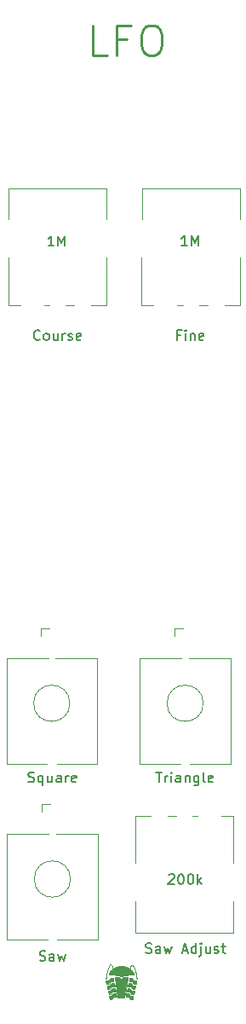
<source format=gbr>
%TF.GenerationSoftware,KiCad,Pcbnew,(6.0.0-0)*%
%TF.CreationDate,2022-12-05T16:43:45-05:00*%
%TF.ProjectId,LFO,4c464f2e-6b69-4636-9164-5f7063625858,rev?*%
%TF.SameCoordinates,Original*%
%TF.FileFunction,Legend,Top*%
%TF.FilePolarity,Positive*%
%FSLAX46Y46*%
G04 Gerber Fmt 4.6, Leading zero omitted, Abs format (unit mm)*
G04 Created by KiCad (PCBNEW (6.0.0-0)) date 2022-12-05 16:43:45*
%MOMM*%
%LPD*%
G01*
G04 APERTURE LIST*
%ADD10C,0.250000*%
%ADD11C,0.150000*%
%ADD12C,0.013229*%
%ADD13C,0.120000*%
G04 APERTURE END LIST*
D10*
X135231428Y-62571142D02*
X133802857Y-62571142D01*
X133802857Y-59571142D01*
X137231428Y-60999714D02*
X136231428Y-60999714D01*
X136231428Y-62571142D02*
X136231428Y-59571142D01*
X137660000Y-59571142D01*
X139374285Y-59571142D02*
X139945714Y-59571142D01*
X140231428Y-59714000D01*
X140517142Y-59999714D01*
X140660000Y-60571142D01*
X140660000Y-61571142D01*
X140517142Y-62142571D01*
X140231428Y-62428285D01*
X139945714Y-62571142D01*
X139374285Y-62571142D01*
X139088571Y-62428285D01*
X138802857Y-62142571D01*
X138660000Y-61571142D01*
X138660000Y-60571142D01*
X138802857Y-59999714D01*
X139088571Y-59714000D01*
X139374285Y-59571142D01*
D11*
%TO.C,RV3*%
X139097238Y-151680761D02*
X139240095Y-151728380D01*
X139478190Y-151728380D01*
X139573428Y-151680761D01*
X139621047Y-151633142D01*
X139668666Y-151537904D01*
X139668666Y-151442666D01*
X139621047Y-151347428D01*
X139573428Y-151299809D01*
X139478190Y-151252190D01*
X139287714Y-151204571D01*
X139192476Y-151156952D01*
X139144857Y-151109333D01*
X139097238Y-151014095D01*
X139097238Y-150918857D01*
X139144857Y-150823619D01*
X139192476Y-150776000D01*
X139287714Y-150728380D01*
X139525809Y-150728380D01*
X139668666Y-150776000D01*
X140525809Y-151728380D02*
X140525809Y-151204571D01*
X140478190Y-151109333D01*
X140382952Y-151061714D01*
X140192476Y-151061714D01*
X140097238Y-151109333D01*
X140525809Y-151680761D02*
X140430571Y-151728380D01*
X140192476Y-151728380D01*
X140097238Y-151680761D01*
X140049619Y-151585523D01*
X140049619Y-151490285D01*
X140097238Y-151395047D01*
X140192476Y-151347428D01*
X140430571Y-151347428D01*
X140525809Y-151299809D01*
X140906761Y-151061714D02*
X141097238Y-151728380D01*
X141287714Y-151252190D01*
X141478190Y-151728380D01*
X141668666Y-151061714D01*
X142763904Y-151442666D02*
X143240095Y-151442666D01*
X142668666Y-151728380D02*
X143002000Y-150728380D01*
X143335333Y-151728380D01*
X144097238Y-151728380D02*
X144097238Y-150728380D01*
X144097238Y-151680761D02*
X144002000Y-151728380D01*
X143811523Y-151728380D01*
X143716285Y-151680761D01*
X143668666Y-151633142D01*
X143621047Y-151537904D01*
X143621047Y-151252190D01*
X143668666Y-151156952D01*
X143716285Y-151109333D01*
X143811523Y-151061714D01*
X144002000Y-151061714D01*
X144097238Y-151109333D01*
X144573428Y-151061714D02*
X144573428Y-151918857D01*
X144525809Y-152014095D01*
X144430571Y-152061714D01*
X144382952Y-152061714D01*
X144573428Y-150728380D02*
X144525809Y-150776000D01*
X144573428Y-150823619D01*
X144621047Y-150776000D01*
X144573428Y-150728380D01*
X144573428Y-150823619D01*
X145478190Y-151061714D02*
X145478190Y-151728380D01*
X145049619Y-151061714D02*
X145049619Y-151585523D01*
X145097238Y-151680761D01*
X145192476Y-151728380D01*
X145335333Y-151728380D01*
X145430571Y-151680761D01*
X145478190Y-151633142D01*
X145906761Y-151680761D02*
X146002000Y-151728380D01*
X146192476Y-151728380D01*
X146287714Y-151680761D01*
X146335333Y-151585523D01*
X146335333Y-151537904D01*
X146287714Y-151442666D01*
X146192476Y-151395047D01*
X146049619Y-151395047D01*
X145954380Y-151347428D01*
X145906761Y-151252190D01*
X145906761Y-151204571D01*
X145954380Y-151109333D01*
X146049619Y-151061714D01*
X146192476Y-151061714D01*
X146287714Y-151109333D01*
X146621047Y-151061714D02*
X147002000Y-151061714D01*
X146763904Y-150728380D02*
X146763904Y-151585523D01*
X146811523Y-151680761D01*
X146906761Y-151728380D01*
X147002000Y-151728380D01*
X141359142Y-143965619D02*
X141406761Y-143918000D01*
X141502000Y-143870380D01*
X141740095Y-143870380D01*
X141835333Y-143918000D01*
X141882952Y-143965619D01*
X141930571Y-144060857D01*
X141930571Y-144156095D01*
X141882952Y-144298952D01*
X141311523Y-144870380D01*
X141930571Y-144870380D01*
X142549619Y-143870380D02*
X142644857Y-143870380D01*
X142740095Y-143918000D01*
X142787714Y-143965619D01*
X142835333Y-144060857D01*
X142882952Y-144251333D01*
X142882952Y-144489428D01*
X142835333Y-144679904D01*
X142787714Y-144775142D01*
X142740095Y-144822761D01*
X142644857Y-144870380D01*
X142549619Y-144870380D01*
X142454380Y-144822761D01*
X142406761Y-144775142D01*
X142359142Y-144679904D01*
X142311523Y-144489428D01*
X142311523Y-144251333D01*
X142359142Y-144060857D01*
X142406761Y-143965619D01*
X142454380Y-143918000D01*
X142549619Y-143870380D01*
X143502000Y-143870380D02*
X143597238Y-143870380D01*
X143692476Y-143918000D01*
X143740095Y-143965619D01*
X143787714Y-144060857D01*
X143835333Y-144251333D01*
X143835333Y-144489428D01*
X143787714Y-144679904D01*
X143740095Y-144775142D01*
X143692476Y-144822761D01*
X143597238Y-144870380D01*
X143502000Y-144870380D01*
X143406761Y-144822761D01*
X143359142Y-144775142D01*
X143311523Y-144679904D01*
X143263904Y-144489428D01*
X143263904Y-144251333D01*
X143311523Y-144060857D01*
X143359142Y-143965619D01*
X143406761Y-143918000D01*
X143502000Y-143870380D01*
X144263904Y-144870380D02*
X144263904Y-143870380D01*
X144359142Y-144489428D02*
X144644857Y-144870380D01*
X144644857Y-144203714D02*
X144263904Y-144584666D01*
%TO.C,RV2*%
X128556404Y-90752142D02*
X128508785Y-90799761D01*
X128365928Y-90847380D01*
X128270690Y-90847380D01*
X128127833Y-90799761D01*
X128032595Y-90704523D01*
X127984976Y-90609285D01*
X127937357Y-90418809D01*
X127937357Y-90275952D01*
X127984976Y-90085476D01*
X128032595Y-89990238D01*
X128127833Y-89895000D01*
X128270690Y-89847380D01*
X128365928Y-89847380D01*
X128508785Y-89895000D01*
X128556404Y-89942619D01*
X129127833Y-90847380D02*
X129032595Y-90799761D01*
X128984976Y-90752142D01*
X128937357Y-90656904D01*
X128937357Y-90371190D01*
X128984976Y-90275952D01*
X129032595Y-90228333D01*
X129127833Y-90180714D01*
X129270690Y-90180714D01*
X129365928Y-90228333D01*
X129413547Y-90275952D01*
X129461166Y-90371190D01*
X129461166Y-90656904D01*
X129413547Y-90752142D01*
X129365928Y-90799761D01*
X129270690Y-90847380D01*
X129127833Y-90847380D01*
X130318309Y-90180714D02*
X130318309Y-90847380D01*
X129889738Y-90180714D02*
X129889738Y-90704523D01*
X129937357Y-90799761D01*
X130032595Y-90847380D01*
X130175452Y-90847380D01*
X130270690Y-90799761D01*
X130318309Y-90752142D01*
X130794500Y-90847380D02*
X130794500Y-90180714D01*
X130794500Y-90371190D02*
X130842119Y-90275952D01*
X130889738Y-90228333D01*
X130984976Y-90180714D01*
X131080214Y-90180714D01*
X131365928Y-90799761D02*
X131461166Y-90847380D01*
X131651642Y-90847380D01*
X131746880Y-90799761D01*
X131794500Y-90704523D01*
X131794500Y-90656904D01*
X131746880Y-90561666D01*
X131651642Y-90514047D01*
X131508785Y-90514047D01*
X131413547Y-90466428D01*
X131365928Y-90371190D01*
X131365928Y-90323571D01*
X131413547Y-90228333D01*
X131508785Y-90180714D01*
X131651642Y-90180714D01*
X131746880Y-90228333D01*
X132604023Y-90799761D02*
X132508785Y-90847380D01*
X132318309Y-90847380D01*
X132223071Y-90799761D01*
X132175452Y-90704523D01*
X132175452Y-90323571D01*
X132223071Y-90228333D01*
X132318309Y-90180714D01*
X132508785Y-90180714D01*
X132604023Y-90228333D01*
X132651642Y-90323571D01*
X132651642Y-90418809D01*
X132175452Y-90514047D01*
X129958285Y-81478380D02*
X129386857Y-81478380D01*
X129672571Y-81478380D02*
X129672571Y-80478380D01*
X129577333Y-80621238D01*
X129482095Y-80716476D01*
X129386857Y-80764095D01*
X130386857Y-81478380D02*
X130386857Y-80478380D01*
X130720190Y-81192666D01*
X131053523Y-80478380D01*
X131053523Y-81478380D01*
%TO.C,RV1*%
X142526309Y-90323571D02*
X142192976Y-90323571D01*
X142192976Y-90847380D02*
X142192976Y-89847380D01*
X142669166Y-89847380D01*
X143050119Y-90847380D02*
X143050119Y-90180714D01*
X143050119Y-89847380D02*
X143002500Y-89895000D01*
X143050119Y-89942619D01*
X143097738Y-89895000D01*
X143050119Y-89847380D01*
X143050119Y-89942619D01*
X143526309Y-90180714D02*
X143526309Y-90847380D01*
X143526309Y-90275952D02*
X143573928Y-90228333D01*
X143669166Y-90180714D01*
X143812023Y-90180714D01*
X143907261Y-90228333D01*
X143954880Y-90323571D01*
X143954880Y-90847380D01*
X144812023Y-90799761D02*
X144716785Y-90847380D01*
X144526309Y-90847380D01*
X144431071Y-90799761D01*
X144383452Y-90704523D01*
X144383452Y-90323571D01*
X144431071Y-90228333D01*
X144526309Y-90180714D01*
X144716785Y-90180714D01*
X144812023Y-90228333D01*
X144859642Y-90323571D01*
X144859642Y-90418809D01*
X144383452Y-90514047D01*
X143216785Y-81449380D02*
X142645357Y-81449380D01*
X142931071Y-81449380D02*
X142931071Y-80449380D01*
X142835833Y-80592238D01*
X142740595Y-80687476D01*
X142645357Y-80735095D01*
X143645357Y-81449380D02*
X143645357Y-80449380D01*
X143978690Y-81163666D01*
X144312023Y-80449380D01*
X144312023Y-81449380D01*
%TO.C,J3*%
X127413047Y-134694761D02*
X127555904Y-134742380D01*
X127794000Y-134742380D01*
X127889238Y-134694761D01*
X127936857Y-134647142D01*
X127984476Y-134551904D01*
X127984476Y-134456666D01*
X127936857Y-134361428D01*
X127889238Y-134313809D01*
X127794000Y-134266190D01*
X127603523Y-134218571D01*
X127508285Y-134170952D01*
X127460666Y-134123333D01*
X127413047Y-134028095D01*
X127413047Y-133932857D01*
X127460666Y-133837619D01*
X127508285Y-133790000D01*
X127603523Y-133742380D01*
X127841619Y-133742380D01*
X127984476Y-133790000D01*
X128841619Y-134075714D02*
X128841619Y-135075714D01*
X128841619Y-134694761D02*
X128746380Y-134742380D01*
X128555904Y-134742380D01*
X128460666Y-134694761D01*
X128413047Y-134647142D01*
X128365428Y-134551904D01*
X128365428Y-134266190D01*
X128413047Y-134170952D01*
X128460666Y-134123333D01*
X128555904Y-134075714D01*
X128746380Y-134075714D01*
X128841619Y-134123333D01*
X129746380Y-134075714D02*
X129746380Y-134742380D01*
X129317809Y-134075714D02*
X129317809Y-134599523D01*
X129365428Y-134694761D01*
X129460666Y-134742380D01*
X129603523Y-134742380D01*
X129698761Y-134694761D01*
X129746380Y-134647142D01*
X130651142Y-134742380D02*
X130651142Y-134218571D01*
X130603523Y-134123333D01*
X130508285Y-134075714D01*
X130317809Y-134075714D01*
X130222571Y-134123333D01*
X130651142Y-134694761D02*
X130555904Y-134742380D01*
X130317809Y-134742380D01*
X130222571Y-134694761D01*
X130174952Y-134599523D01*
X130174952Y-134504285D01*
X130222571Y-134409047D01*
X130317809Y-134361428D01*
X130555904Y-134361428D01*
X130651142Y-134313809D01*
X131127333Y-134742380D02*
X131127333Y-134075714D01*
X131127333Y-134266190D02*
X131174952Y-134170952D01*
X131222571Y-134123333D01*
X131317809Y-134075714D01*
X131413047Y-134075714D01*
X132127333Y-134694761D02*
X132032095Y-134742380D01*
X131841619Y-134742380D01*
X131746380Y-134694761D01*
X131698761Y-134599523D01*
X131698761Y-134218571D01*
X131746380Y-134123333D01*
X131841619Y-134075714D01*
X132032095Y-134075714D01*
X132127333Y-134123333D01*
X132174952Y-134218571D01*
X132174952Y-134313809D01*
X131698761Y-134409047D01*
%TO.C,J2*%
X140121047Y-133742380D02*
X140692476Y-133742380D01*
X140406761Y-134742380D02*
X140406761Y-133742380D01*
X141025809Y-134742380D02*
X141025809Y-134075714D01*
X141025809Y-134266190D02*
X141073428Y-134170952D01*
X141121047Y-134123333D01*
X141216285Y-134075714D01*
X141311523Y-134075714D01*
X141644857Y-134742380D02*
X141644857Y-134075714D01*
X141644857Y-133742380D02*
X141597238Y-133790000D01*
X141644857Y-133837619D01*
X141692476Y-133790000D01*
X141644857Y-133742380D01*
X141644857Y-133837619D01*
X142549619Y-134742380D02*
X142549619Y-134218571D01*
X142502000Y-134123333D01*
X142406761Y-134075714D01*
X142216285Y-134075714D01*
X142121047Y-134123333D01*
X142549619Y-134694761D02*
X142454380Y-134742380D01*
X142216285Y-134742380D01*
X142121047Y-134694761D01*
X142073428Y-134599523D01*
X142073428Y-134504285D01*
X142121047Y-134409047D01*
X142216285Y-134361428D01*
X142454380Y-134361428D01*
X142549619Y-134313809D01*
X143025809Y-134075714D02*
X143025809Y-134742380D01*
X143025809Y-134170952D02*
X143073428Y-134123333D01*
X143168666Y-134075714D01*
X143311523Y-134075714D01*
X143406761Y-134123333D01*
X143454380Y-134218571D01*
X143454380Y-134742380D01*
X144359142Y-134075714D02*
X144359142Y-134885238D01*
X144311523Y-134980476D01*
X144263904Y-135028095D01*
X144168666Y-135075714D01*
X144025809Y-135075714D01*
X143930571Y-135028095D01*
X144359142Y-134694761D02*
X144263904Y-134742380D01*
X144073428Y-134742380D01*
X143978190Y-134694761D01*
X143930571Y-134647142D01*
X143882952Y-134551904D01*
X143882952Y-134266190D01*
X143930571Y-134170952D01*
X143978190Y-134123333D01*
X144073428Y-134075714D01*
X144263904Y-134075714D01*
X144359142Y-134123333D01*
X144978190Y-134742380D02*
X144882952Y-134694761D01*
X144835333Y-134599523D01*
X144835333Y-133742380D01*
X145740095Y-134694761D02*
X145644857Y-134742380D01*
X145454380Y-134742380D01*
X145359142Y-134694761D01*
X145311523Y-134599523D01*
X145311523Y-134218571D01*
X145359142Y-134123333D01*
X145454380Y-134075714D01*
X145644857Y-134075714D01*
X145740095Y-134123333D01*
X145787714Y-134218571D01*
X145787714Y-134313809D01*
X145311523Y-134409047D01*
%TO.C,J1*%
X128532095Y-152442761D02*
X128674952Y-152490380D01*
X128913047Y-152490380D01*
X129008285Y-152442761D01*
X129055904Y-152395142D01*
X129103523Y-152299904D01*
X129103523Y-152204666D01*
X129055904Y-152109428D01*
X129008285Y-152061809D01*
X128913047Y-152014190D01*
X128722571Y-151966571D01*
X128627333Y-151918952D01*
X128579714Y-151871333D01*
X128532095Y-151776095D01*
X128532095Y-151680857D01*
X128579714Y-151585619D01*
X128627333Y-151538000D01*
X128722571Y-151490380D01*
X128960666Y-151490380D01*
X129103523Y-151538000D01*
X129960666Y-152490380D02*
X129960666Y-151966571D01*
X129913047Y-151871333D01*
X129817809Y-151823714D01*
X129627333Y-151823714D01*
X129532095Y-151871333D01*
X129960666Y-152442761D02*
X129865428Y-152490380D01*
X129627333Y-152490380D01*
X129532095Y-152442761D01*
X129484476Y-152347523D01*
X129484476Y-152252285D01*
X129532095Y-152157047D01*
X129627333Y-152109428D01*
X129865428Y-152109428D01*
X129960666Y-152061809D01*
X130341619Y-151823714D02*
X130532095Y-152490380D01*
X130722571Y-152014190D01*
X130913047Y-152490380D01*
X131103523Y-151823714D01*
D12*
%TO.C,REF\u002A\u002A*%
X135142053Y-154092042D02*
X135124098Y-154242013D01*
X135624417Y-152865697D02*
X135607674Y-152860048D01*
X135244181Y-153524660D02*
X135199273Y-153735981D01*
X135451652Y-152968705D02*
X135451652Y-152968705D01*
X138104679Y-153756684D02*
X138138527Y-153951653D01*
X135700077Y-152946492D02*
X135671360Y-152904323D01*
X135333687Y-153215559D02*
X135300794Y-153314609D01*
X135534785Y-152877990D02*
X135515003Y-152893434D01*
X135888215Y-153689430D02*
X135854914Y-153492436D01*
X137852349Y-152989475D02*
X137852349Y-152989475D01*
X135494564Y-152913591D02*
X135473453Y-152938627D01*
X137486399Y-153325641D02*
X137506877Y-153238693D01*
X135751913Y-153064296D02*
X135726885Y-153000257D01*
X135515003Y-152893434D02*
X135494564Y-152913591D01*
X138161930Y-154112700D02*
X138179903Y-154262650D01*
X135473453Y-152938627D02*
X135451652Y-152968705D01*
X135726885Y-153000257D02*
X135700077Y-152946492D01*
X137415786Y-153710200D02*
X137449092Y-153513206D01*
X135817620Y-153304871D02*
X135797150Y-153217923D01*
X135409037Y-153040407D02*
X135369741Y-153123425D01*
X135607674Y-152860048D02*
X135590355Y-152858289D01*
X137506877Y-153238693D02*
X137528745Y-153158062D01*
X137852349Y-152989475D02*
X137894942Y-153061176D01*
X138138527Y-153951653D02*
X138161930Y-154112700D01*
X137696383Y-152880818D02*
X137713699Y-152879058D01*
X137552131Y-153085066D02*
X137577166Y-153021027D01*
X135797150Y-153217923D02*
X135775291Y-153137292D01*
X137830560Y-152959396D02*
X137852349Y-152989475D01*
X137934222Y-153144189D02*
X137970265Y-153236316D01*
X137577166Y-153021027D02*
X137603979Y-152967262D01*
X137894942Y-153061176D02*
X137934222Y-153144189D01*
X137647816Y-152908769D02*
X137663458Y-152895838D01*
X137679641Y-152886467D02*
X137696383Y-152880818D01*
X135165440Y-153930974D02*
X135142053Y-154092042D01*
X137750118Y-152887864D02*
X137769254Y-152898760D01*
X138059762Y-153545388D02*
X138104679Y-153756684D01*
X135775291Y-153137292D02*
X135751913Y-153064296D01*
X137731605Y-152881352D02*
X137750118Y-152887864D01*
X137789029Y-152914204D02*
X137809459Y-152934361D01*
X137449092Y-153513206D02*
X137486399Y-153325641D01*
X135199273Y-153735981D02*
X135165440Y-153930974D01*
X137809459Y-152934361D02*
X137830560Y-152959396D01*
X137603979Y-152967262D02*
X137632699Y-152925093D01*
X135854914Y-153492436D02*
X135817620Y-153304871D01*
X137663458Y-152895838D02*
X137679641Y-152886467D01*
X135656244Y-152887999D02*
X135640602Y-152875069D01*
X135369741Y-153123425D02*
X135333687Y-153215559D01*
X135451652Y-152968705D02*
X135409037Y-153040407D01*
X135572445Y-152860582D02*
X135553927Y-152867094D01*
X137713699Y-152879058D02*
X137731605Y-152881352D01*
X135300794Y-153314609D02*
X135270985Y-153418376D01*
X135671360Y-152904323D02*
X135656244Y-152887999D01*
X137769254Y-152898760D02*
X137789029Y-152914204D01*
X137632699Y-152925093D02*
X137647816Y-152908769D01*
X135270985Y-153418376D02*
X135244181Y-153524660D01*
X138032957Y-153439115D02*
X138059762Y-153545388D01*
X135553927Y-152867094D02*
X135534785Y-152877990D01*
X137528745Y-153158062D02*
X137552131Y-153085066D01*
X135590355Y-152858289D02*
X135572445Y-152860582D01*
X138003151Y-153335358D02*
X138032957Y-153439115D01*
X137970265Y-153236316D02*
X138003151Y-153335358D01*
X135640602Y-152875069D02*
X135624417Y-152865697D01*
X136176610Y-155394538D02*
X136289058Y-156091714D01*
X136289058Y-156091714D02*
X136989014Y-156091714D01*
X136989014Y-156091714D02*
X137101462Y-155394538D01*
X137101462Y-155394538D02*
X136176610Y-155394538D01*
X136176610Y-155394538D02*
X136176610Y-155394538D01*
G36*
X136989014Y-156091714D02*
G01*
X136289058Y-156091714D01*
X136176610Y-155394538D01*
X137101462Y-155394538D01*
X136989014Y-156091714D01*
G37*
X136989014Y-156091714D02*
X136289058Y-156091714D01*
X136176610Y-155394538D01*
X137101462Y-155394538D01*
X136989014Y-156091714D01*
X135816909Y-154155362D02*
X135882394Y-154515989D01*
X135882394Y-154515989D02*
X135596908Y-154515989D01*
X135596908Y-154515989D02*
X135409848Y-154787980D01*
X135409848Y-154787980D02*
X135191831Y-154787980D01*
X135191831Y-154787980D02*
X135130183Y-154425369D01*
X135130183Y-154425369D02*
X135380876Y-154427353D01*
X135380876Y-154427353D02*
X135575742Y-154155362D01*
X135575742Y-154155362D02*
X135816909Y-154155362D01*
X135816909Y-154155362D02*
X135816909Y-154155362D01*
G36*
X135882394Y-154515989D02*
G01*
X135596908Y-154515989D01*
X135409848Y-154787980D01*
X135191831Y-154787980D01*
X135130183Y-154425369D01*
X135380876Y-154427353D01*
X135575742Y-154155362D01*
X135816909Y-154155362D01*
X135882394Y-154515989D01*
G37*
X135882394Y-154515989D02*
X135596908Y-154515989D01*
X135409848Y-154787980D01*
X135191831Y-154787980D01*
X135130183Y-154425369D01*
X135380876Y-154427353D01*
X135575742Y-154155362D01*
X135816909Y-154155362D01*
X135882394Y-154515989D01*
X137233489Y-153440458D02*
X137230609Y-153442704D01*
X137230609Y-153442704D02*
X137227669Y-153444868D01*
X137227669Y-153444868D02*
X137224672Y-153446950D01*
X137224672Y-153446950D02*
X137221619Y-153448947D01*
X137221619Y-153448947D02*
X137218512Y-153450858D01*
X137218512Y-153450858D02*
X137215352Y-153452683D01*
X137215352Y-153452683D02*
X137212142Y-153454420D01*
X137212142Y-153454420D02*
X137208882Y-153456068D01*
X137208882Y-153456068D02*
X137207314Y-153454782D01*
X137207314Y-153454782D02*
X137203277Y-153451537D01*
X137203277Y-153451537D02*
X137200646Y-153449466D01*
X137200646Y-153449466D02*
X137197776Y-153447250D01*
X137197776Y-153447250D02*
X137194791Y-153445003D01*
X137194791Y-153445003D02*
X137191817Y-153442839D01*
X137191817Y-153442839D02*
X137189521Y-153441351D01*
X137189521Y-153441351D02*
X137187204Y-153439896D01*
X137187204Y-153439896D02*
X137184868Y-153438473D01*
X137184868Y-153438473D02*
X137182512Y-153437083D01*
X137182512Y-153437083D02*
X137180137Y-153435727D01*
X137180137Y-153435727D02*
X137177743Y-153434404D01*
X137177743Y-153434404D02*
X137175330Y-153433114D01*
X137175330Y-153433114D02*
X137172899Y-153431859D01*
X137172899Y-153431859D02*
X137162299Y-153425608D01*
X137162299Y-153425608D02*
X137155728Y-153421664D01*
X137155728Y-153421664D02*
X137148425Y-153417175D01*
X137148425Y-153417175D02*
X137124745Y-153406326D01*
X137124745Y-153406326D02*
X137120228Y-153404455D01*
X137120228Y-153404455D02*
X137114806Y-153402275D01*
X137114806Y-153402275D02*
X137111752Y-153401095D01*
X137111752Y-153401095D02*
X137108467Y-153399871D01*
X137108467Y-153399871D02*
X137104949Y-153398612D01*
X137104949Y-153398612D02*
X137101197Y-153397330D01*
X137101197Y-153397330D02*
X137089902Y-153393825D01*
X137089902Y-153393825D02*
X137083058Y-153391749D01*
X137083058Y-153391749D02*
X137075532Y-153389525D01*
X137075532Y-153389525D02*
X137062640Y-153385869D01*
X137062640Y-153385869D02*
X137054848Y-153383751D01*
X137054848Y-153383751D02*
X137046213Y-153381505D01*
X137046213Y-153381505D02*
X137036779Y-153379178D01*
X137036779Y-153379178D02*
X137026586Y-153376819D01*
X137026586Y-153376819D02*
X137015678Y-153374475D01*
X137015678Y-153374475D02*
X137004095Y-153372195D01*
X137004095Y-153372195D02*
X136993921Y-153370344D01*
X136993921Y-153370344D02*
X136983721Y-153368657D01*
X136983721Y-153368657D02*
X136973496Y-153367135D01*
X136973496Y-153367135D02*
X136963249Y-153365779D01*
X136963249Y-153365779D02*
X136952981Y-153364588D01*
X136952981Y-153364588D02*
X136942695Y-153363562D01*
X136942695Y-153363562D02*
X136932391Y-153362702D01*
X136932391Y-153362702D02*
X136922074Y-153362009D01*
X136922074Y-153362009D02*
X136920916Y-153353360D01*
X136920916Y-153353360D02*
X136919953Y-153345433D01*
X136919953Y-153345433D02*
X136919516Y-153341410D01*
X136919516Y-153341410D02*
X136919163Y-153337667D01*
X136919163Y-153337667D02*
X136918691Y-153332925D01*
X136918691Y-153332925D02*
X136918377Y-153328175D01*
X136918377Y-153328175D02*
X136918222Y-153323419D01*
X136918222Y-153323419D02*
X136918226Y-153318661D01*
X136918226Y-153318661D02*
X136918388Y-153313907D01*
X136918388Y-153313907D02*
X136918709Y-153309159D01*
X136918709Y-153309159D02*
X136919187Y-153304422D01*
X136919187Y-153304422D02*
X136919825Y-153299700D01*
X136919825Y-153299700D02*
X136920632Y-153295711D01*
X136920632Y-153295711D02*
X136921516Y-153291740D01*
X136921516Y-153291740D02*
X136922477Y-153287788D01*
X136922477Y-153287788D02*
X136923515Y-153283856D01*
X136923515Y-153283856D02*
X136924629Y-153279945D01*
X136924629Y-153279945D02*
X136925818Y-153276055D01*
X136925818Y-153276055D02*
X136927083Y-153272189D01*
X136927083Y-153272189D02*
X136928423Y-153268346D01*
X136928423Y-153268346D02*
X136928424Y-153268346D01*
X136928424Y-153268346D02*
X136951525Y-153270728D01*
X136951525Y-153270728D02*
X136962343Y-153271951D01*
X136962343Y-153271951D02*
X136974132Y-153273369D01*
X136974132Y-153273369D02*
X136986372Y-153274955D01*
X136986372Y-153274955D02*
X136998538Y-153276681D01*
X136998538Y-153276681D02*
X137008155Y-153278160D01*
X137008155Y-153278160D02*
X137017748Y-153279774D01*
X137017748Y-153279774D02*
X137027316Y-153281524D01*
X137027316Y-153281524D02*
X137036859Y-153283408D01*
X137036859Y-153283408D02*
X137046373Y-153285428D01*
X137046373Y-153285428D02*
X137055859Y-153287581D01*
X137055859Y-153287581D02*
X137065314Y-153289869D01*
X137065314Y-153289869D02*
X137074738Y-153292291D01*
X137074738Y-153292291D02*
X137083530Y-153294643D01*
X137083530Y-153294643D02*
X137092284Y-153297127D01*
X137092284Y-153297127D02*
X137100999Y-153299743D01*
X137100999Y-153299743D02*
X137109672Y-153302490D01*
X137109672Y-153302490D02*
X137118303Y-153305368D01*
X137118303Y-153305368D02*
X137126890Y-153308376D01*
X137126890Y-153308376D02*
X137135432Y-153311514D01*
X137135432Y-153311514D02*
X137143926Y-153314781D01*
X137143926Y-153314781D02*
X137157156Y-153320205D01*
X137157156Y-153320205D02*
X137164316Y-153323016D01*
X137164316Y-153323016D02*
X137167927Y-153324484D01*
X137167927Y-153324484D02*
X137171576Y-153326026D01*
X137171576Y-153326026D02*
X137175807Y-153327917D01*
X137175807Y-153327917D02*
X137180820Y-153330243D01*
X137180820Y-153330243D02*
X137191155Y-153335154D01*
X137191155Y-153335154D02*
X137195969Y-153337744D01*
X137195969Y-153337744D02*
X137200496Y-153340247D01*
X137200496Y-153340247D02*
X137208733Y-153344944D01*
X137208733Y-153344944D02*
X137215954Y-153349144D01*
X137215954Y-153349144D02*
X137222244Y-153352749D01*
X137222244Y-153352749D02*
X137225443Y-153354535D01*
X137225443Y-153354535D02*
X137228617Y-153356364D01*
X137228617Y-153356364D02*
X137231766Y-153358236D01*
X137231766Y-153358236D02*
X137234889Y-153360151D01*
X137234889Y-153360151D02*
X137237986Y-153362107D01*
X137237986Y-153362107D02*
X137241056Y-153364106D01*
X137241056Y-153364106D02*
X137244099Y-153366146D01*
X137244099Y-153366146D02*
X137247114Y-153368227D01*
X137247114Y-153368227D02*
X137249850Y-153370293D01*
X137249850Y-153370293D02*
X137252547Y-153372407D01*
X137252547Y-153372407D02*
X137255205Y-153374569D01*
X137255205Y-153374569D02*
X137257823Y-153376780D01*
X137257823Y-153376780D02*
X137260401Y-153379037D01*
X137260401Y-153379037D02*
X137262937Y-153381341D01*
X137262937Y-153381341D02*
X137265432Y-153383691D01*
X137265432Y-153383691D02*
X137267884Y-153386086D01*
X137267884Y-153386086D02*
X137250422Y-153417439D01*
X137250422Y-153417439D02*
X137249693Y-153419095D01*
X137249693Y-153419095D02*
X137248917Y-153420727D01*
X137248917Y-153420727D02*
X137248095Y-153422333D01*
X137248095Y-153422333D02*
X137247227Y-153423912D01*
X137247227Y-153423912D02*
X137246313Y-153425464D01*
X137246313Y-153425464D02*
X137245356Y-153426987D01*
X137245356Y-153426987D02*
X137244354Y-153428482D01*
X137244354Y-153428482D02*
X137243310Y-153429946D01*
X137243310Y-153429946D02*
X137242223Y-153431379D01*
X137242223Y-153431379D02*
X137241095Y-153432780D01*
X137241095Y-153432780D02*
X137239926Y-153434147D01*
X137239926Y-153434147D02*
X137238716Y-153435481D01*
X137238716Y-153435481D02*
X137237467Y-153436780D01*
X137237467Y-153436780D02*
X137236178Y-153438043D01*
X137236178Y-153438043D02*
X137234852Y-153439269D01*
X137234852Y-153439269D02*
X137233488Y-153440458D01*
X137233488Y-153440458D02*
X137233489Y-153440458D01*
X137233489Y-153440458D02*
X137233489Y-153440458D01*
G36*
X136951525Y-153270728D02*
G01*
X136962343Y-153271951D01*
X136974132Y-153273369D01*
X136986372Y-153274955D01*
X136998538Y-153276681D01*
X137008155Y-153278160D01*
X137017748Y-153279774D01*
X137027316Y-153281524D01*
X137036859Y-153283408D01*
X137046373Y-153285428D01*
X137055859Y-153287581D01*
X137065314Y-153289869D01*
X137074738Y-153292291D01*
X137083530Y-153294643D01*
X137092284Y-153297127D01*
X137100999Y-153299743D01*
X137109672Y-153302490D01*
X137118303Y-153305368D01*
X137126890Y-153308376D01*
X137135432Y-153311514D01*
X137143926Y-153314781D01*
X137157156Y-153320205D01*
X137164316Y-153323016D01*
X137167927Y-153324484D01*
X137171576Y-153326026D01*
X137175807Y-153327917D01*
X137180820Y-153330243D01*
X137191155Y-153335154D01*
X137195969Y-153337744D01*
X137200496Y-153340247D01*
X137208733Y-153344944D01*
X137215954Y-153349144D01*
X137222244Y-153352749D01*
X137225443Y-153354535D01*
X137228617Y-153356364D01*
X137231766Y-153358236D01*
X137234889Y-153360151D01*
X137237986Y-153362107D01*
X137241056Y-153364106D01*
X137244099Y-153366146D01*
X137247114Y-153368227D01*
X137249850Y-153370293D01*
X137252547Y-153372407D01*
X137255205Y-153374569D01*
X137257823Y-153376780D01*
X137260401Y-153379037D01*
X137262937Y-153381341D01*
X137265432Y-153383691D01*
X137267884Y-153386086D01*
X137250422Y-153417439D01*
X137249693Y-153419095D01*
X137248917Y-153420727D01*
X137248095Y-153422333D01*
X137247227Y-153423912D01*
X137246313Y-153425464D01*
X137245356Y-153426987D01*
X137244354Y-153428482D01*
X137243310Y-153429946D01*
X137242223Y-153431379D01*
X137241095Y-153432780D01*
X137239926Y-153434147D01*
X137238716Y-153435481D01*
X137237467Y-153436780D01*
X137236178Y-153438043D01*
X137234852Y-153439269D01*
X137233488Y-153440458D01*
X137233489Y-153440458D01*
X137230609Y-153442704D01*
X137227669Y-153444868D01*
X137224672Y-153446950D01*
X137221619Y-153448947D01*
X137218512Y-153450858D01*
X137215352Y-153452683D01*
X137212142Y-153454420D01*
X137208882Y-153456068D01*
X137207314Y-153454782D01*
X137203277Y-153451537D01*
X137200646Y-153449466D01*
X137197776Y-153447250D01*
X137194791Y-153445003D01*
X137191817Y-153442839D01*
X137189521Y-153441351D01*
X137187204Y-153439896D01*
X137184868Y-153438473D01*
X137182512Y-153437083D01*
X137180137Y-153435727D01*
X137177743Y-153434404D01*
X137175330Y-153433114D01*
X137172899Y-153431859D01*
X137162299Y-153425608D01*
X137155728Y-153421664D01*
X137148425Y-153417175D01*
X137124745Y-153406326D01*
X137120228Y-153404455D01*
X137114806Y-153402275D01*
X137111752Y-153401095D01*
X137108467Y-153399871D01*
X137104949Y-153398612D01*
X137101197Y-153397330D01*
X137089902Y-153393825D01*
X137083058Y-153391749D01*
X137075532Y-153389525D01*
X137062640Y-153385869D01*
X137054848Y-153383751D01*
X137046213Y-153381505D01*
X137036779Y-153379178D01*
X137026586Y-153376819D01*
X137015678Y-153374475D01*
X137004095Y-153372195D01*
X136993921Y-153370344D01*
X136983721Y-153368657D01*
X136973496Y-153367135D01*
X136963249Y-153365779D01*
X136952981Y-153364588D01*
X136942695Y-153363562D01*
X136932391Y-153362702D01*
X136922074Y-153362009D01*
X136920916Y-153353360D01*
X136919953Y-153345433D01*
X136919516Y-153341410D01*
X136919163Y-153337667D01*
X136918691Y-153332925D01*
X136918377Y-153328175D01*
X136918222Y-153323419D01*
X136918226Y-153318661D01*
X136918388Y-153313907D01*
X136918709Y-153309159D01*
X136919187Y-153304422D01*
X136919825Y-153299700D01*
X136920632Y-153295711D01*
X136921516Y-153291740D01*
X136922477Y-153287788D01*
X136923515Y-153283856D01*
X136924629Y-153279945D01*
X136925818Y-153276055D01*
X136927083Y-153272189D01*
X136928423Y-153268346D01*
X136928424Y-153268346D01*
X136951525Y-153270728D01*
G37*
X136951525Y-153270728D02*
X136962343Y-153271951D01*
X136974132Y-153273369D01*
X136986372Y-153274955D01*
X136998538Y-153276681D01*
X137008155Y-153278160D01*
X137017748Y-153279774D01*
X137027316Y-153281524D01*
X137036859Y-153283408D01*
X137046373Y-153285428D01*
X137055859Y-153287581D01*
X137065314Y-153289869D01*
X137074738Y-153292291D01*
X137083530Y-153294643D01*
X137092284Y-153297127D01*
X137100999Y-153299743D01*
X137109672Y-153302490D01*
X137118303Y-153305368D01*
X137126890Y-153308376D01*
X137135432Y-153311514D01*
X137143926Y-153314781D01*
X137157156Y-153320205D01*
X137164316Y-153323016D01*
X137167927Y-153324484D01*
X137171576Y-153326026D01*
X137175807Y-153327917D01*
X137180820Y-153330243D01*
X137191155Y-153335154D01*
X137195969Y-153337744D01*
X137200496Y-153340247D01*
X137208733Y-153344944D01*
X137215954Y-153349144D01*
X137222244Y-153352749D01*
X137225443Y-153354535D01*
X137228617Y-153356364D01*
X137231766Y-153358236D01*
X137234889Y-153360151D01*
X137237986Y-153362107D01*
X137241056Y-153364106D01*
X137244099Y-153366146D01*
X137247114Y-153368227D01*
X137249850Y-153370293D01*
X137252547Y-153372407D01*
X137255205Y-153374569D01*
X137257823Y-153376780D01*
X137260401Y-153379037D01*
X137262937Y-153381341D01*
X137265432Y-153383691D01*
X137267884Y-153386086D01*
X137250422Y-153417439D01*
X137249693Y-153419095D01*
X137248917Y-153420727D01*
X137248095Y-153422333D01*
X137247227Y-153423912D01*
X137246313Y-153425464D01*
X137245356Y-153426987D01*
X137244354Y-153428482D01*
X137243310Y-153429946D01*
X137242223Y-153431379D01*
X137241095Y-153432780D01*
X137239926Y-153434147D01*
X137238716Y-153435481D01*
X137237467Y-153436780D01*
X137236178Y-153438043D01*
X137234852Y-153439269D01*
X137233488Y-153440458D01*
X137233489Y-153440458D01*
X137230609Y-153442704D01*
X137227669Y-153444868D01*
X137224672Y-153446950D01*
X137221619Y-153448947D01*
X137218512Y-153450858D01*
X137215352Y-153452683D01*
X137212142Y-153454420D01*
X137208882Y-153456068D01*
X137207314Y-153454782D01*
X137203277Y-153451537D01*
X137200646Y-153449466D01*
X137197776Y-153447250D01*
X137194791Y-153445003D01*
X137191817Y-153442839D01*
X137189521Y-153441351D01*
X137187204Y-153439896D01*
X137184868Y-153438473D01*
X137182512Y-153437083D01*
X137180137Y-153435727D01*
X137177743Y-153434404D01*
X137175330Y-153433114D01*
X137172899Y-153431859D01*
X137162299Y-153425608D01*
X137155728Y-153421664D01*
X137148425Y-153417175D01*
X137124745Y-153406326D01*
X137120228Y-153404455D01*
X137114806Y-153402275D01*
X137111752Y-153401095D01*
X137108467Y-153399871D01*
X137104949Y-153398612D01*
X137101197Y-153397330D01*
X137089902Y-153393825D01*
X137083058Y-153391749D01*
X137075532Y-153389525D01*
X137062640Y-153385869D01*
X137054848Y-153383751D01*
X137046213Y-153381505D01*
X137036779Y-153379178D01*
X137026586Y-153376819D01*
X137015678Y-153374475D01*
X137004095Y-153372195D01*
X136993921Y-153370344D01*
X136983721Y-153368657D01*
X136973496Y-153367135D01*
X136963249Y-153365779D01*
X136952981Y-153364588D01*
X136942695Y-153363562D01*
X136932391Y-153362702D01*
X136922074Y-153362009D01*
X136920916Y-153353360D01*
X136919953Y-153345433D01*
X136919516Y-153341410D01*
X136919163Y-153337667D01*
X136918691Y-153332925D01*
X136918377Y-153328175D01*
X136918222Y-153323419D01*
X136918226Y-153318661D01*
X136918388Y-153313907D01*
X136918709Y-153309159D01*
X136919187Y-153304422D01*
X136919825Y-153299700D01*
X136920632Y-153295711D01*
X136921516Y-153291740D01*
X136922477Y-153287788D01*
X136923515Y-153283856D01*
X136924629Y-153279945D01*
X136925818Y-153276055D01*
X136927083Y-153272189D01*
X136928423Y-153268346D01*
X136928424Y-153268346D01*
X136951525Y-153270728D01*
X137487621Y-154155362D02*
X137422004Y-154515989D01*
X137422004Y-154515989D02*
X137707490Y-154515989D01*
X137707490Y-154515989D02*
X137894550Y-154787980D01*
X137894550Y-154787980D02*
X138112566Y-154787980D01*
X138112566Y-154787980D02*
X138174214Y-154425369D01*
X138174214Y-154425369D02*
X137923522Y-154427353D01*
X137923522Y-154427353D02*
X137728656Y-154155362D01*
X137728656Y-154155362D02*
X137487621Y-154155362D01*
X137487621Y-154155362D02*
X137487621Y-154155362D01*
G36*
X137923522Y-154427353D02*
G01*
X138174214Y-154425369D01*
X138112566Y-154787980D01*
X137894550Y-154787980D01*
X137707490Y-154515989D01*
X137422004Y-154515989D01*
X137487621Y-154155362D01*
X137728656Y-154155362D01*
X137923522Y-154427353D01*
G37*
X137923522Y-154427353D02*
X138174214Y-154425369D01*
X138112566Y-154787980D01*
X137894550Y-154787980D01*
X137707490Y-154515989D01*
X137422004Y-154515989D01*
X137487621Y-154155362D01*
X137728656Y-154155362D01*
X137923522Y-154427353D01*
X136086520Y-154852010D02*
X137188509Y-154852010D01*
X137188509Y-154852010D02*
X137123951Y-155287646D01*
X137123951Y-155287646D02*
X136162455Y-155287646D01*
X136162455Y-155287646D02*
X136086520Y-154852010D01*
X136086520Y-154852010D02*
X136086520Y-154852010D01*
G36*
X137123951Y-155287646D02*
G01*
X136162455Y-155287646D01*
X136086520Y-154852010D01*
X137188509Y-154852010D01*
X137123951Y-155287646D01*
G37*
X137123951Y-155287646D02*
X136162455Y-155287646D01*
X136086520Y-154852010D01*
X137188509Y-154852010D01*
X137123951Y-155287646D01*
X137146838Y-155690077D02*
X137081221Y-156050837D01*
X137081221Y-156050837D02*
X137366706Y-156050837D01*
X137366706Y-156050837D02*
X137553767Y-156322828D01*
X137553767Y-156322828D02*
X137771783Y-156322828D01*
X137771783Y-156322828D02*
X137833431Y-155960085D01*
X137833431Y-155960085D02*
X137582739Y-155962069D01*
X137582739Y-155962069D02*
X137387873Y-155690077D01*
X137387873Y-155690077D02*
X137146838Y-155690077D01*
X137146838Y-155690077D02*
X137146838Y-155690077D01*
G36*
X137582739Y-155962069D02*
G01*
X137833431Y-155960085D01*
X137771783Y-156322828D01*
X137553767Y-156322828D01*
X137366706Y-156050837D01*
X137081221Y-156050837D01*
X137146838Y-155690077D01*
X137387873Y-155690077D01*
X137582739Y-155962069D01*
G37*
X137582739Y-155962069D02*
X137833431Y-155960085D01*
X137771783Y-156322828D01*
X137553767Y-156322828D01*
X137366706Y-156050837D01*
X137081221Y-156050837D01*
X137146838Y-155690077D01*
X137387873Y-155690077D01*
X137582739Y-155962069D01*
X136638970Y-152987094D02*
X136572887Y-152988906D01*
X136572887Y-152988906D02*
X136507630Y-152994209D01*
X136507630Y-152994209D02*
X136443297Y-153002804D01*
X136443297Y-153002804D02*
X136379984Y-153014492D01*
X136379984Y-153014492D02*
X136317790Y-153029073D01*
X136317790Y-153029073D02*
X136256810Y-153046348D01*
X136256810Y-153046348D02*
X136197143Y-153066118D01*
X136197143Y-153066118D02*
X136138885Y-153088183D01*
X136138885Y-153088183D02*
X136026984Y-153138403D01*
X136026984Y-153138403D02*
X135921886Y-153195414D01*
X135921886Y-153195414D02*
X135824366Y-153257621D01*
X135824366Y-153257621D02*
X135735203Y-153323429D01*
X135735203Y-153323429D02*
X135655172Y-153391245D01*
X135655172Y-153391245D02*
X135585051Y-153459475D01*
X135585051Y-153459475D02*
X135525617Y-153526523D01*
X135525617Y-153526523D02*
X135477645Y-153590797D01*
X135477645Y-153590797D02*
X135441915Y-153650701D01*
X135441915Y-153650701D02*
X135419201Y-153704641D01*
X135419201Y-153704641D02*
X135412969Y-153728876D01*
X135412969Y-153728876D02*
X135410282Y-153751023D01*
X135410282Y-153751023D02*
X135411238Y-153770881D01*
X135411238Y-153770881D02*
X135415933Y-153788253D01*
X135415933Y-153788253D02*
X135422577Y-153800530D01*
X135422577Y-153800530D02*
X135431749Y-153811428D01*
X135431749Y-153811428D02*
X135443346Y-153821035D01*
X135443346Y-153821035D02*
X135457267Y-153829440D01*
X135457267Y-153829440D02*
X135473407Y-153836734D01*
X135473407Y-153836734D02*
X135491665Y-153843005D01*
X135491665Y-153843005D02*
X135511937Y-153848343D01*
X135511937Y-153848343D02*
X135534122Y-153852838D01*
X135534122Y-153852838D02*
X135583816Y-153859655D01*
X135583816Y-153859655D02*
X135639927Y-153864171D01*
X135639927Y-153864171D02*
X135768110Y-153869165D01*
X135768110Y-153869165D02*
X135912101Y-153873546D01*
X135912101Y-153873546D02*
X135987970Y-153877295D01*
X135987970Y-153877295D02*
X136065326Y-153883037D01*
X136065326Y-153883037D02*
X136143349Y-153891489D01*
X136143349Y-153891489D02*
X136221215Y-153903366D01*
X136221215Y-153903366D02*
X136259833Y-153910812D01*
X136259833Y-153910812D02*
X136298105Y-153919383D01*
X136298105Y-153919383D02*
X136335926Y-153929167D01*
X136335926Y-153929167D02*
X136373196Y-153940256D01*
X136373196Y-153940256D02*
X136404788Y-153950209D01*
X136404788Y-153950209D02*
X136436659Y-153958900D01*
X136436659Y-153958900D02*
X136468770Y-153966328D01*
X136468770Y-153966328D02*
X136501086Y-153972491D01*
X136501086Y-153972491D02*
X136533568Y-153977390D01*
X136533568Y-153977390D02*
X136566180Y-153981024D01*
X136566180Y-153981024D02*
X136598884Y-153983392D01*
X136598884Y-153983392D02*
X136631644Y-153984494D01*
X136631644Y-153984494D02*
X136664421Y-153984329D01*
X136664421Y-153984329D02*
X136697180Y-153982897D01*
X136697180Y-153982897D02*
X136729882Y-153980197D01*
X136729882Y-153980197D02*
X136762491Y-153976229D01*
X136762491Y-153976229D02*
X136794970Y-153970992D01*
X136794970Y-153970992D02*
X136827281Y-153964486D01*
X136827281Y-153964486D02*
X136859387Y-153956710D01*
X136859387Y-153956710D02*
X136891251Y-153947664D01*
X136891251Y-153947664D02*
X136968672Y-153927939D01*
X136968672Y-153927939D02*
X137047603Y-153912664D01*
X137047603Y-153912664D02*
X137127243Y-153901165D01*
X137127243Y-153901165D02*
X137206789Y-153892767D01*
X137206789Y-153892767D02*
X137362386Y-153882575D01*
X137362386Y-153882575D02*
X137507977Y-153876689D01*
X137507977Y-153876689D02*
X137637141Y-153869712D01*
X137637141Y-153869712D02*
X137693557Y-153864128D01*
X137693557Y-153864128D02*
X137743458Y-153856246D01*
X137743458Y-153856246D02*
X137786043Y-153845393D01*
X137786043Y-153845393D02*
X137820509Y-153830892D01*
X137820509Y-153830892D02*
X137834447Y-153822064D01*
X137834447Y-153822064D02*
X137846054Y-153812070D01*
X137846054Y-153812070D02*
X137855229Y-153800828D01*
X137855229Y-153800828D02*
X137861874Y-153788253D01*
X137861874Y-153788253D02*
X137866588Y-153770532D01*
X137866588Y-153770532D02*
X137867549Y-153750367D01*
X137867549Y-153750367D02*
X137864856Y-153727956D01*
X137864856Y-153727956D02*
X137858606Y-153703496D01*
X137858606Y-153703496D02*
X137848899Y-153677183D01*
X137848899Y-153677183D02*
X137835833Y-153649216D01*
X137835833Y-153649216D02*
X137819505Y-153619790D01*
X137819505Y-153619790D02*
X137800015Y-153589104D01*
X137800015Y-153589104D02*
X137777460Y-153557354D01*
X137777460Y-153557354D02*
X137751939Y-153524738D01*
X137751939Y-153524738D02*
X137723550Y-153491453D01*
X137723550Y-153491453D02*
X137692391Y-153457696D01*
X137692391Y-153457696D02*
X137658561Y-153423664D01*
X137658561Y-153423664D02*
X137622158Y-153389554D01*
X137622158Y-153389554D02*
X137583280Y-153355564D01*
X137583280Y-153355564D02*
X137542026Y-153321891D01*
X137542026Y-153321891D02*
X137498493Y-153288732D01*
X137498493Y-153288732D02*
X137452781Y-153256284D01*
X137452781Y-153256284D02*
X137404987Y-153224744D01*
X137404987Y-153224744D02*
X137355210Y-153194309D01*
X137355210Y-153194309D02*
X137303548Y-153165177D01*
X137303548Y-153165177D02*
X137250099Y-153137545D01*
X137250099Y-153137545D02*
X137194962Y-153111610D01*
X137194962Y-153111610D02*
X137138234Y-153087570D01*
X137138234Y-153087570D02*
X137080015Y-153065620D01*
X137080015Y-153065620D02*
X137020403Y-153045959D01*
X137020403Y-153045959D02*
X136959495Y-153028784D01*
X136959495Y-153028784D02*
X136897391Y-153014291D01*
X136897391Y-153014291D02*
X136834188Y-153002679D01*
X136834188Y-153002679D02*
X136769984Y-152994144D01*
X136769984Y-152994144D02*
X136704879Y-152988883D01*
X136704879Y-152988883D02*
X136638970Y-152987094D01*
X136638970Y-152987094D02*
X136638970Y-152987094D01*
G36*
X136704879Y-152988883D02*
G01*
X136769984Y-152994144D01*
X136834188Y-153002679D01*
X136897391Y-153014291D01*
X136959495Y-153028784D01*
X137020403Y-153045959D01*
X137080015Y-153065620D01*
X137138234Y-153087570D01*
X137194962Y-153111610D01*
X137250099Y-153137545D01*
X137303548Y-153165177D01*
X137355210Y-153194309D01*
X137404987Y-153224744D01*
X137452781Y-153256284D01*
X137498493Y-153288732D01*
X137542026Y-153321891D01*
X137583280Y-153355564D01*
X137622158Y-153389554D01*
X137658561Y-153423664D01*
X137692391Y-153457696D01*
X137723550Y-153491453D01*
X137751939Y-153524738D01*
X137777460Y-153557354D01*
X137800015Y-153589104D01*
X137819505Y-153619790D01*
X137835833Y-153649216D01*
X137848899Y-153677183D01*
X137858606Y-153703496D01*
X137864856Y-153727956D01*
X137867549Y-153750367D01*
X137866588Y-153770532D01*
X137861874Y-153788253D01*
X137855229Y-153800828D01*
X137846054Y-153812070D01*
X137834447Y-153822064D01*
X137820509Y-153830892D01*
X137786043Y-153845393D01*
X137743458Y-153856246D01*
X137693557Y-153864128D01*
X137637141Y-153869712D01*
X137507977Y-153876689D01*
X137362386Y-153882575D01*
X137206789Y-153892767D01*
X137127243Y-153901165D01*
X137047603Y-153912664D01*
X136968672Y-153927939D01*
X136891251Y-153947664D01*
X136859387Y-153956710D01*
X136827281Y-153964486D01*
X136794970Y-153970992D01*
X136762491Y-153976229D01*
X136729882Y-153980197D01*
X136697180Y-153982897D01*
X136664421Y-153984329D01*
X136631644Y-153984494D01*
X136598884Y-153983392D01*
X136566180Y-153981024D01*
X136533568Y-153977390D01*
X136501086Y-153972491D01*
X136468770Y-153966328D01*
X136436659Y-153958900D01*
X136404788Y-153950209D01*
X136373196Y-153940256D01*
X136335926Y-153929167D01*
X136298105Y-153919383D01*
X136259833Y-153910812D01*
X136221215Y-153903366D01*
X136143349Y-153891489D01*
X136065326Y-153883037D01*
X135987970Y-153877295D01*
X135912101Y-153873546D01*
X135768110Y-153869165D01*
X135639927Y-153864171D01*
X135583816Y-153859655D01*
X135534122Y-153852838D01*
X135511937Y-153848343D01*
X135491665Y-153843005D01*
X135473407Y-153836734D01*
X135457267Y-153829440D01*
X135443346Y-153821035D01*
X135431749Y-153811428D01*
X135422577Y-153800530D01*
X135415933Y-153788253D01*
X135411238Y-153770881D01*
X135410282Y-153751023D01*
X135412969Y-153728876D01*
X135419201Y-153704641D01*
X135441915Y-153650701D01*
X135477645Y-153590797D01*
X135525617Y-153526523D01*
X135585051Y-153459475D01*
X135655172Y-153391245D01*
X135735203Y-153323429D01*
X135824366Y-153257621D01*
X135921886Y-153195414D01*
X136026984Y-153138403D01*
X136138885Y-153088183D01*
X136197143Y-153066118D01*
X136256810Y-153046348D01*
X136317790Y-153029073D01*
X136379984Y-153014492D01*
X136443297Y-153002804D01*
X136507630Y-152994209D01*
X136572887Y-152988906D01*
X136638970Y-152987094D01*
X136704879Y-152988883D01*
G37*
X136704879Y-152988883D02*
X136769984Y-152994144D01*
X136834188Y-153002679D01*
X136897391Y-153014291D01*
X136959495Y-153028784D01*
X137020403Y-153045959D01*
X137080015Y-153065620D01*
X137138234Y-153087570D01*
X137194962Y-153111610D01*
X137250099Y-153137545D01*
X137303548Y-153165177D01*
X137355210Y-153194309D01*
X137404987Y-153224744D01*
X137452781Y-153256284D01*
X137498493Y-153288732D01*
X137542026Y-153321891D01*
X137583280Y-153355564D01*
X137622158Y-153389554D01*
X137658561Y-153423664D01*
X137692391Y-153457696D01*
X137723550Y-153491453D01*
X137751939Y-153524738D01*
X137777460Y-153557354D01*
X137800015Y-153589104D01*
X137819505Y-153619790D01*
X137835833Y-153649216D01*
X137848899Y-153677183D01*
X137858606Y-153703496D01*
X137864856Y-153727956D01*
X137867549Y-153750367D01*
X137866588Y-153770532D01*
X137861874Y-153788253D01*
X137855229Y-153800828D01*
X137846054Y-153812070D01*
X137834447Y-153822064D01*
X137820509Y-153830892D01*
X137786043Y-153845393D01*
X137743458Y-153856246D01*
X137693557Y-153864128D01*
X137637141Y-153869712D01*
X137507977Y-153876689D01*
X137362386Y-153882575D01*
X137206789Y-153892767D01*
X137127243Y-153901165D01*
X137047603Y-153912664D01*
X136968672Y-153927939D01*
X136891251Y-153947664D01*
X136859387Y-153956710D01*
X136827281Y-153964486D01*
X136794970Y-153970992D01*
X136762491Y-153976229D01*
X136729882Y-153980197D01*
X136697180Y-153982897D01*
X136664421Y-153984329D01*
X136631644Y-153984494D01*
X136598884Y-153983392D01*
X136566180Y-153981024D01*
X136533568Y-153977390D01*
X136501086Y-153972491D01*
X136468770Y-153966328D01*
X136436659Y-153958900D01*
X136404788Y-153950209D01*
X136373196Y-153940256D01*
X136335926Y-153929167D01*
X136298105Y-153919383D01*
X136259833Y-153910812D01*
X136221215Y-153903366D01*
X136143349Y-153891489D01*
X136065326Y-153883037D01*
X135987970Y-153877295D01*
X135912101Y-153873546D01*
X135768110Y-153869165D01*
X135639927Y-153864171D01*
X135583816Y-153859655D01*
X135534122Y-153852838D01*
X135511937Y-153848343D01*
X135491665Y-153843005D01*
X135473407Y-153836734D01*
X135457267Y-153829440D01*
X135443346Y-153821035D01*
X135431749Y-153811428D01*
X135422577Y-153800530D01*
X135415933Y-153788253D01*
X135411238Y-153770881D01*
X135410282Y-153751023D01*
X135412969Y-153728876D01*
X135419201Y-153704641D01*
X135441915Y-153650701D01*
X135477645Y-153590797D01*
X135525617Y-153526523D01*
X135585051Y-153459475D01*
X135655172Y-153391245D01*
X135735203Y-153323429D01*
X135824366Y-153257621D01*
X135921886Y-153195414D01*
X136026984Y-153138403D01*
X136138885Y-153088183D01*
X136197143Y-153066118D01*
X136256810Y-153046348D01*
X136317790Y-153029073D01*
X136379984Y-153014492D01*
X136443297Y-153002804D01*
X136507630Y-152994209D01*
X136572887Y-152988906D01*
X136638970Y-152987094D01*
X136704879Y-152988883D01*
X136021035Y-155176521D02*
X136086520Y-155537148D01*
X136086520Y-155537148D02*
X135801167Y-155537148D01*
X135801167Y-155537148D02*
X135613974Y-155809140D01*
X135613974Y-155809140D02*
X135396090Y-155809140D01*
X135396090Y-155809140D02*
X135334309Y-155446528D01*
X135334309Y-155446528D02*
X135585134Y-155448513D01*
X135585134Y-155448513D02*
X135779868Y-155176521D01*
X135779868Y-155176521D02*
X136021035Y-155176521D01*
X136021035Y-155176521D02*
X136021035Y-155176521D01*
G36*
X136086520Y-155537148D02*
G01*
X135801167Y-155537148D01*
X135613974Y-155809140D01*
X135396090Y-155809140D01*
X135334309Y-155446528D01*
X135585134Y-155448513D01*
X135779868Y-155176521D01*
X136021035Y-155176521D01*
X136086520Y-155537148D01*
G37*
X136086520Y-155537148D02*
X135801167Y-155537148D01*
X135613974Y-155809140D01*
X135396090Y-155809140D01*
X135334309Y-155446528D01*
X135585134Y-155448513D01*
X135779868Y-155176521D01*
X136021035Y-155176521D01*
X136086520Y-155537148D01*
X135921552Y-154649603D02*
X135987037Y-155010362D01*
X135987037Y-155010362D02*
X135701551Y-155010362D01*
X135701551Y-155010362D02*
X135514491Y-155282354D01*
X135514491Y-155282354D02*
X135296606Y-155282354D01*
X135296606Y-155282354D02*
X135234826Y-154919743D01*
X135234826Y-154919743D02*
X135485519Y-154921595D01*
X135485519Y-154921595D02*
X135680384Y-154649603D01*
X135680384Y-154649603D02*
X135921552Y-154649603D01*
X135921552Y-154649603D02*
X135921552Y-154649603D01*
G36*
X135987037Y-155010362D02*
G01*
X135701551Y-155010362D01*
X135514491Y-155282354D01*
X135296606Y-155282354D01*
X135234826Y-154919743D01*
X135485519Y-154921595D01*
X135680384Y-154649603D01*
X135921552Y-154649603D01*
X135987037Y-155010362D01*
G37*
X135987037Y-155010362D02*
X135701551Y-155010362D01*
X135514491Y-155282354D01*
X135296606Y-155282354D01*
X135234826Y-154919743D01*
X135485519Y-154921595D01*
X135680384Y-154649603D01*
X135921552Y-154649603D01*
X135987037Y-155010362D01*
X135998017Y-154091465D02*
X136467123Y-154091465D01*
X136467123Y-154091465D02*
X136467902Y-154097428D01*
X136467902Y-154097428D02*
X136468853Y-154103363D01*
X136468853Y-154103363D02*
X136469974Y-154109265D01*
X136469974Y-154109265D02*
X136471264Y-154115132D01*
X136471264Y-154115132D02*
X136472723Y-154120958D01*
X136472723Y-154120958D02*
X136474350Y-154126742D01*
X136474350Y-154126742D02*
X136476144Y-154132478D01*
X136476144Y-154132478D02*
X136478103Y-154138164D01*
X136478103Y-154138164D02*
X136479154Y-154140570D01*
X136479154Y-154140570D02*
X136480251Y-154142954D01*
X136480251Y-154142954D02*
X136481393Y-154145315D01*
X136481393Y-154145315D02*
X136482580Y-154147652D01*
X136482580Y-154147652D02*
X136483812Y-154149964D01*
X136483812Y-154149964D02*
X136485088Y-154152252D01*
X136485088Y-154152252D02*
X136486408Y-154154514D01*
X136486408Y-154154514D02*
X136487771Y-154156750D01*
X136487771Y-154156750D02*
X136489177Y-154158959D01*
X136489177Y-154158959D02*
X136490627Y-154161141D01*
X136490627Y-154161141D02*
X136492118Y-154163294D01*
X136492118Y-154163294D02*
X136493651Y-154165419D01*
X136493651Y-154165419D02*
X136495226Y-154167514D01*
X136495226Y-154167514D02*
X136496842Y-154169580D01*
X136496842Y-154169580D02*
X136498499Y-154171614D01*
X136498499Y-154171614D02*
X136500196Y-154173618D01*
X136500196Y-154173618D02*
X136502485Y-154176536D01*
X136502485Y-154176536D02*
X136504825Y-154179410D01*
X136504825Y-154179410D02*
X136507216Y-154182239D01*
X136507216Y-154182239D02*
X136509658Y-154185023D01*
X136509658Y-154185023D02*
X136512150Y-154187760D01*
X136512150Y-154187760D02*
X136514691Y-154190450D01*
X136514691Y-154190450D02*
X136517281Y-154193093D01*
X136517281Y-154193093D02*
X136519919Y-154195687D01*
X136519919Y-154195687D02*
X136522603Y-154198233D01*
X136522603Y-154198233D02*
X136525335Y-154200729D01*
X136525335Y-154200729D02*
X136528112Y-154203175D01*
X136528112Y-154203175D02*
X136530934Y-154205570D01*
X136530934Y-154205570D02*
X136533801Y-154207913D01*
X136533801Y-154207913D02*
X136536711Y-154210205D01*
X136536711Y-154210205D02*
X136539665Y-154212443D01*
X136539665Y-154212443D02*
X136542661Y-154214629D01*
X136542661Y-154214629D02*
X136546535Y-154217268D01*
X136546535Y-154217268D02*
X136550466Y-154219813D01*
X136550466Y-154219813D02*
X136554452Y-154222262D01*
X136554452Y-154222262D02*
X136558492Y-154224616D01*
X136558492Y-154224616D02*
X136562585Y-154226872D01*
X136562585Y-154226872D02*
X136566727Y-154229030D01*
X136566727Y-154229030D02*
X136570918Y-154231090D01*
X136570918Y-154231090D02*
X136575156Y-154233050D01*
X136575156Y-154233050D02*
X136579439Y-154234910D01*
X136579439Y-154234910D02*
X136583765Y-154236669D01*
X136583765Y-154236669D02*
X136588132Y-154238326D01*
X136588132Y-154238326D02*
X136592539Y-154239880D01*
X136592539Y-154239880D02*
X136596984Y-154241331D01*
X136596984Y-154241331D02*
X136601465Y-154242678D01*
X136601465Y-154242678D02*
X136605980Y-154243919D01*
X136605980Y-154243919D02*
X136610527Y-154245055D01*
X136610527Y-154245055D02*
X136614944Y-154246110D01*
X136614944Y-154246110D02*
X136619384Y-154247058D01*
X136619384Y-154247058D02*
X136623844Y-154247898D01*
X136623844Y-154247898D02*
X136628322Y-154248631D01*
X136628322Y-154248631D02*
X136632816Y-154249256D01*
X136632816Y-154249256D02*
X136637325Y-154249772D01*
X136637325Y-154249772D02*
X136641846Y-154250180D01*
X136641846Y-154250180D02*
X136646378Y-154250480D01*
X136646378Y-154250480D02*
X136650588Y-154250631D01*
X136650588Y-154250631D02*
X136654799Y-154250683D01*
X136654799Y-154250683D02*
X136659010Y-154250634D01*
X136659010Y-154250634D02*
X136663217Y-154250486D01*
X136663217Y-154250486D02*
X136667419Y-154250237D01*
X136667419Y-154250237D02*
X136671615Y-154249888D01*
X136671615Y-154249888D02*
X136675802Y-154249440D01*
X136675802Y-154249440D02*
X136679980Y-154248892D01*
X136679980Y-154248892D02*
X136684011Y-154248151D01*
X136684011Y-154248151D02*
X136688021Y-154247319D01*
X136688021Y-154247319D02*
X136692008Y-154246399D01*
X136692008Y-154246399D02*
X136695970Y-154245389D01*
X136695970Y-154245389D02*
X136699907Y-154244291D01*
X136699907Y-154244291D02*
X136703817Y-154243106D01*
X136703817Y-154243106D02*
X136707698Y-154241833D01*
X136707698Y-154241833D02*
X136711549Y-154240473D01*
X136711549Y-154240473D02*
X136715369Y-154239027D01*
X136715369Y-154239027D02*
X136719155Y-154237495D01*
X136719155Y-154237495D02*
X136722907Y-154235878D01*
X136722907Y-154235878D02*
X136726623Y-154234176D01*
X136726623Y-154234176D02*
X136730302Y-154232391D01*
X136730302Y-154232391D02*
X136733942Y-154230522D01*
X136733942Y-154230522D02*
X136737541Y-154228569D01*
X136737541Y-154228569D02*
X136741099Y-154226534D01*
X136741099Y-154226534D02*
X136744816Y-154224423D01*
X136744816Y-154224423D02*
X136748485Y-154222234D01*
X136748485Y-154222234D02*
X136752102Y-154219968D01*
X136752102Y-154219968D02*
X136755669Y-154217626D01*
X136755669Y-154217626D02*
X136759182Y-154215209D01*
X136759182Y-154215209D02*
X136762641Y-154212717D01*
X136762641Y-154212717D02*
X136766046Y-154210153D01*
X136766046Y-154210153D02*
X136769394Y-154207517D01*
X136769394Y-154207517D02*
X136772684Y-154204809D01*
X136772684Y-154204809D02*
X136775917Y-154202031D01*
X136775917Y-154202031D02*
X136779089Y-154199183D01*
X136779089Y-154199183D02*
X136782201Y-154196267D01*
X136782201Y-154196267D02*
X136785250Y-154193284D01*
X136785250Y-154193284D02*
X136788237Y-154190233D01*
X136788237Y-154190233D02*
X136791159Y-154187117D01*
X136791159Y-154187117D02*
X136794016Y-154183937D01*
X136794016Y-154183937D02*
X136796560Y-154181168D01*
X136796560Y-154181168D02*
X136799030Y-154178340D01*
X136799030Y-154178340D02*
X136801426Y-154175453D01*
X136801426Y-154175453D02*
X136803747Y-154172508D01*
X136803747Y-154172508D02*
X136805991Y-154169508D01*
X136805991Y-154169508D02*
X136808158Y-154166454D01*
X136808158Y-154166454D02*
X136810247Y-154163347D01*
X136810247Y-154163347D02*
X136812256Y-154160190D01*
X136812256Y-154160190D02*
X136814185Y-154156982D01*
X136814185Y-154156982D02*
X136816034Y-154153727D01*
X136816034Y-154153727D02*
X136817800Y-154150425D01*
X136817800Y-154150425D02*
X136819483Y-154147078D01*
X136819483Y-154147078D02*
X136821083Y-154143687D01*
X136821083Y-154143687D02*
X136822598Y-154140254D01*
X136822598Y-154140254D02*
X136824026Y-154136781D01*
X136824026Y-154136781D02*
X136825369Y-154133269D01*
X136825369Y-154133269D02*
X136826965Y-154128109D01*
X136826965Y-154128109D02*
X136828493Y-154122928D01*
X136828493Y-154122928D02*
X136829952Y-154117728D01*
X136829952Y-154117728D02*
X136831343Y-154112510D01*
X136831343Y-154112510D02*
X136832665Y-154107274D01*
X136832665Y-154107274D02*
X136833918Y-154102021D01*
X136833918Y-154102021D02*
X136835102Y-154096751D01*
X136835102Y-154096751D02*
X136836217Y-154091465D01*
X136836217Y-154091465D02*
X137276483Y-154091465D01*
X137276483Y-154091465D02*
X137201474Y-154745250D01*
X137201474Y-154745250D02*
X136086123Y-154745250D01*
X136086123Y-154745250D02*
X135998017Y-154091465D01*
X135998017Y-154091465D02*
X135998017Y-154091465D01*
G36*
X136467902Y-154097428D02*
G01*
X136468853Y-154103363D01*
X136469974Y-154109265D01*
X136471264Y-154115132D01*
X136472723Y-154120958D01*
X136474350Y-154126742D01*
X136476144Y-154132478D01*
X136478103Y-154138164D01*
X136479154Y-154140570D01*
X136480251Y-154142954D01*
X136481393Y-154145315D01*
X136482580Y-154147652D01*
X136483812Y-154149964D01*
X136485088Y-154152252D01*
X136486408Y-154154514D01*
X136487771Y-154156750D01*
X136489177Y-154158959D01*
X136490627Y-154161141D01*
X136492118Y-154163294D01*
X136493651Y-154165419D01*
X136495226Y-154167514D01*
X136496842Y-154169580D01*
X136498499Y-154171614D01*
X136500196Y-154173618D01*
X136502485Y-154176536D01*
X136504825Y-154179410D01*
X136507216Y-154182239D01*
X136509658Y-154185023D01*
X136512150Y-154187760D01*
X136514691Y-154190450D01*
X136517281Y-154193093D01*
X136519919Y-154195687D01*
X136522603Y-154198233D01*
X136525335Y-154200729D01*
X136528112Y-154203175D01*
X136530934Y-154205570D01*
X136533801Y-154207913D01*
X136536711Y-154210205D01*
X136539665Y-154212443D01*
X136542661Y-154214629D01*
X136546535Y-154217268D01*
X136550466Y-154219813D01*
X136554452Y-154222262D01*
X136558492Y-154224616D01*
X136562585Y-154226872D01*
X136566727Y-154229030D01*
X136570918Y-154231090D01*
X136575156Y-154233050D01*
X136579439Y-154234910D01*
X136583765Y-154236669D01*
X136588132Y-154238326D01*
X136592539Y-154239880D01*
X136596984Y-154241331D01*
X136601465Y-154242678D01*
X136605980Y-154243919D01*
X136610527Y-154245055D01*
X136614944Y-154246110D01*
X136619384Y-154247058D01*
X136623844Y-154247898D01*
X136628322Y-154248631D01*
X136632816Y-154249256D01*
X136637325Y-154249772D01*
X136641846Y-154250180D01*
X136646378Y-154250480D01*
X136650588Y-154250631D01*
X136654799Y-154250683D01*
X136659010Y-154250634D01*
X136663217Y-154250486D01*
X136667419Y-154250237D01*
X136671615Y-154249888D01*
X136675802Y-154249440D01*
X136679980Y-154248892D01*
X136684011Y-154248151D01*
X136688021Y-154247319D01*
X136692008Y-154246399D01*
X136695970Y-154245389D01*
X136699907Y-154244291D01*
X136703817Y-154243106D01*
X136707698Y-154241833D01*
X136711549Y-154240473D01*
X136715369Y-154239027D01*
X136719155Y-154237495D01*
X136722907Y-154235878D01*
X136726623Y-154234176D01*
X136730302Y-154232391D01*
X136733942Y-154230522D01*
X136737541Y-154228569D01*
X136741099Y-154226534D01*
X136744816Y-154224423D01*
X136748485Y-154222234D01*
X136752102Y-154219968D01*
X136755669Y-154217626D01*
X136759182Y-154215209D01*
X136762641Y-154212717D01*
X136766046Y-154210153D01*
X136769394Y-154207517D01*
X136772684Y-154204809D01*
X136775917Y-154202031D01*
X136779089Y-154199183D01*
X136782201Y-154196267D01*
X136785250Y-154193284D01*
X136788237Y-154190233D01*
X136791159Y-154187117D01*
X136794016Y-154183937D01*
X136796560Y-154181168D01*
X136799030Y-154178340D01*
X136801426Y-154175453D01*
X136803747Y-154172508D01*
X136805991Y-154169508D01*
X136808158Y-154166454D01*
X136810247Y-154163347D01*
X136812256Y-154160190D01*
X136814185Y-154156982D01*
X136816034Y-154153727D01*
X136817800Y-154150425D01*
X136819483Y-154147078D01*
X136821083Y-154143687D01*
X136822598Y-154140254D01*
X136824026Y-154136781D01*
X136825369Y-154133269D01*
X136826965Y-154128109D01*
X136828493Y-154122928D01*
X136829952Y-154117728D01*
X136831343Y-154112510D01*
X136832665Y-154107274D01*
X136833918Y-154102021D01*
X136835102Y-154096751D01*
X136836217Y-154091465D01*
X137276483Y-154091465D01*
X137201474Y-154745250D01*
X136086123Y-154745250D01*
X135998017Y-154091465D01*
X136467123Y-154091465D01*
X136467902Y-154097428D01*
G37*
X136467902Y-154097428D02*
X136468853Y-154103363D01*
X136469974Y-154109265D01*
X136471264Y-154115132D01*
X136472723Y-154120958D01*
X136474350Y-154126742D01*
X136476144Y-154132478D01*
X136478103Y-154138164D01*
X136479154Y-154140570D01*
X136480251Y-154142954D01*
X136481393Y-154145315D01*
X136482580Y-154147652D01*
X136483812Y-154149964D01*
X136485088Y-154152252D01*
X136486408Y-154154514D01*
X136487771Y-154156750D01*
X136489177Y-154158959D01*
X136490627Y-154161141D01*
X136492118Y-154163294D01*
X136493651Y-154165419D01*
X136495226Y-154167514D01*
X136496842Y-154169580D01*
X136498499Y-154171614D01*
X136500196Y-154173618D01*
X136502485Y-154176536D01*
X136504825Y-154179410D01*
X136507216Y-154182239D01*
X136509658Y-154185023D01*
X136512150Y-154187760D01*
X136514691Y-154190450D01*
X136517281Y-154193093D01*
X136519919Y-154195687D01*
X136522603Y-154198233D01*
X136525335Y-154200729D01*
X136528112Y-154203175D01*
X136530934Y-154205570D01*
X136533801Y-154207913D01*
X136536711Y-154210205D01*
X136539665Y-154212443D01*
X136542661Y-154214629D01*
X136546535Y-154217268D01*
X136550466Y-154219813D01*
X136554452Y-154222262D01*
X136558492Y-154224616D01*
X136562585Y-154226872D01*
X136566727Y-154229030D01*
X136570918Y-154231090D01*
X136575156Y-154233050D01*
X136579439Y-154234910D01*
X136583765Y-154236669D01*
X136588132Y-154238326D01*
X136592539Y-154239880D01*
X136596984Y-154241331D01*
X136601465Y-154242678D01*
X136605980Y-154243919D01*
X136610527Y-154245055D01*
X136614944Y-154246110D01*
X136619384Y-154247058D01*
X136623844Y-154247898D01*
X136628322Y-154248631D01*
X136632816Y-154249256D01*
X136637325Y-154249772D01*
X136641846Y-154250180D01*
X136646378Y-154250480D01*
X136650588Y-154250631D01*
X136654799Y-154250683D01*
X136659010Y-154250634D01*
X136663217Y-154250486D01*
X136667419Y-154250237D01*
X136671615Y-154249888D01*
X136675802Y-154249440D01*
X136679980Y-154248892D01*
X136684011Y-154248151D01*
X136688021Y-154247319D01*
X136692008Y-154246399D01*
X136695970Y-154245389D01*
X136699907Y-154244291D01*
X136703817Y-154243106D01*
X136707698Y-154241833D01*
X136711549Y-154240473D01*
X136715369Y-154239027D01*
X136719155Y-154237495D01*
X136722907Y-154235878D01*
X136726623Y-154234176D01*
X136730302Y-154232391D01*
X136733942Y-154230522D01*
X136737541Y-154228569D01*
X136741099Y-154226534D01*
X136744816Y-154224423D01*
X136748485Y-154222234D01*
X136752102Y-154219968D01*
X136755669Y-154217626D01*
X136759182Y-154215209D01*
X136762641Y-154212717D01*
X136766046Y-154210153D01*
X136769394Y-154207517D01*
X136772684Y-154204809D01*
X136775917Y-154202031D01*
X136779089Y-154199183D01*
X136782201Y-154196267D01*
X136785250Y-154193284D01*
X136788237Y-154190233D01*
X136791159Y-154187117D01*
X136794016Y-154183937D01*
X136796560Y-154181168D01*
X136799030Y-154178340D01*
X136801426Y-154175453D01*
X136803747Y-154172508D01*
X136805991Y-154169508D01*
X136808158Y-154166454D01*
X136810247Y-154163347D01*
X136812256Y-154160190D01*
X136814185Y-154156982D01*
X136816034Y-154153727D01*
X136817800Y-154150425D01*
X136819483Y-154147078D01*
X136821083Y-154143687D01*
X136822598Y-154140254D01*
X136824026Y-154136781D01*
X136825369Y-154133269D01*
X136826965Y-154128109D01*
X136828493Y-154122928D01*
X136829952Y-154117728D01*
X136831343Y-154112510D01*
X136832665Y-154107274D01*
X136833918Y-154102021D01*
X136835102Y-154096751D01*
X136836217Y-154091465D01*
X137276483Y-154091465D01*
X137201474Y-154745250D01*
X136086123Y-154745250D01*
X135998017Y-154091465D01*
X136467123Y-154091465D01*
X136467902Y-154097428D01*
X136128721Y-155690077D02*
X136194338Y-156050837D01*
X136194338Y-156050837D02*
X135908852Y-156050837D01*
X135908852Y-156050837D02*
X135721792Y-156322828D01*
X135721792Y-156322828D02*
X135503775Y-156322828D01*
X135503775Y-156322828D02*
X135442127Y-155960085D01*
X135442127Y-155960085D02*
X135692820Y-155962069D01*
X135692820Y-155962069D02*
X135887686Y-155690077D01*
X135887686Y-155690077D02*
X136128721Y-155690077D01*
X136128721Y-155690077D02*
X136128721Y-155690077D01*
G36*
X136194338Y-156050837D02*
G01*
X135908852Y-156050837D01*
X135721792Y-156322828D01*
X135503775Y-156322828D01*
X135442127Y-155960085D01*
X135692820Y-155962069D01*
X135887686Y-155690077D01*
X136128721Y-155690077D01*
X136194338Y-156050837D01*
G37*
X136194338Y-156050837D02*
X135908852Y-156050837D01*
X135721792Y-156322828D01*
X135503775Y-156322828D01*
X135442127Y-155960085D01*
X135692820Y-155962069D01*
X135887686Y-155690077D01*
X136128721Y-155690077D01*
X136194338Y-156050837D01*
X137354006Y-154649603D02*
X137288522Y-155010362D01*
X137288522Y-155010362D02*
X137574007Y-155010362D01*
X137574007Y-155010362D02*
X137761068Y-155282354D01*
X137761068Y-155282354D02*
X137979084Y-155282354D01*
X137979084Y-155282354D02*
X138040732Y-154919743D01*
X138040732Y-154919743D02*
X137790040Y-154921595D01*
X137790040Y-154921595D02*
X137595174Y-154649603D01*
X137595174Y-154649603D02*
X137354006Y-154649603D01*
X137354006Y-154649603D02*
X137354006Y-154649603D01*
G36*
X137790040Y-154921595D02*
G01*
X138040732Y-154919743D01*
X137979084Y-155282354D01*
X137761068Y-155282354D01*
X137574007Y-155010362D01*
X137288522Y-155010362D01*
X137354006Y-154649603D01*
X137595174Y-154649603D01*
X137790040Y-154921595D01*
G37*
X137790040Y-154921595D02*
X138040732Y-154919743D01*
X137979084Y-155282354D01*
X137761068Y-155282354D01*
X137574007Y-155010362D01*
X137288522Y-155010362D01*
X137354006Y-154649603D01*
X137595174Y-154649603D01*
X137790040Y-154921595D01*
X137254523Y-155176521D02*
X137189039Y-155537148D01*
X137189039Y-155537148D02*
X137474392Y-155537148D01*
X137474392Y-155537148D02*
X137661584Y-155809140D01*
X137661584Y-155809140D02*
X137879469Y-155809140D01*
X137879469Y-155809140D02*
X137941249Y-155446528D01*
X137941249Y-155446528D02*
X137690556Y-155448513D01*
X137690556Y-155448513D02*
X137495691Y-155176521D01*
X137495691Y-155176521D02*
X137254523Y-155176521D01*
X137254523Y-155176521D02*
X137254523Y-155176521D01*
G36*
X137690556Y-155448513D02*
G01*
X137941249Y-155446528D01*
X137879469Y-155809140D01*
X137661584Y-155809140D01*
X137474392Y-155537148D01*
X137189039Y-155537148D01*
X137254523Y-155176521D01*
X137495691Y-155176521D01*
X137690556Y-155448513D01*
G37*
X137690556Y-155448513D02*
X137941249Y-155446528D01*
X137879469Y-155809140D01*
X137661584Y-155809140D01*
X137474392Y-155537148D01*
X137189039Y-155537148D01*
X137254523Y-155176521D01*
X137495691Y-155176521D01*
X137690556Y-155448513D01*
X136340652Y-153327480D02*
X136340550Y-153328429D01*
X136340550Y-153328429D02*
X136340280Y-153330106D01*
X136340280Y-153330106D02*
X136339462Y-153334591D01*
X136339462Y-153334591D02*
X136338271Y-153340710D01*
X136338271Y-153340710D02*
X136327155Y-153341778D01*
X136327155Y-153341778D02*
X136316066Y-153343072D01*
X136316066Y-153343072D02*
X136305008Y-153344590D01*
X136305008Y-153344590D02*
X136293984Y-153346332D01*
X136293984Y-153346332D02*
X136282997Y-153348297D01*
X136282997Y-153348297D02*
X136272052Y-153350485D01*
X136272052Y-153350485D02*
X136261151Y-153352894D01*
X136261151Y-153352894D02*
X136250298Y-153355526D01*
X136250298Y-153355526D02*
X136244602Y-153357267D01*
X136244602Y-153357267D02*
X136238930Y-153359083D01*
X136238930Y-153359083D02*
X136233284Y-153360974D01*
X136233284Y-153360974D02*
X136227663Y-153362938D01*
X136227663Y-153362938D02*
X136222068Y-153364977D01*
X136222068Y-153364977D02*
X136216501Y-153367089D01*
X136216501Y-153367089D02*
X136210961Y-153369274D01*
X136210961Y-153369274D02*
X136205450Y-153371533D01*
X136205450Y-153371533D02*
X136203838Y-153372176D01*
X136203838Y-153372176D02*
X136202025Y-153372931D01*
X136202025Y-153372931D02*
X136197496Y-153374874D01*
X136197496Y-153374874D02*
X136191256Y-153377561D01*
X136191256Y-153377561D02*
X136182696Y-153381191D01*
X136182696Y-153381191D02*
X136159677Y-153390980D01*
X136159677Y-153390980D02*
X136154810Y-153393300D01*
X136154810Y-153393300D02*
X136149981Y-153395695D01*
X136149981Y-153395695D02*
X136145190Y-153398165D01*
X136145190Y-153398165D02*
X136140438Y-153400709D01*
X136140438Y-153400709D02*
X136135727Y-153403327D01*
X136135727Y-153403327D02*
X136131056Y-153406018D01*
X136131056Y-153406018D02*
X136126428Y-153408781D01*
X136126428Y-153408781D02*
X136121842Y-153411617D01*
X136121842Y-153411617D02*
X136116919Y-153415281D01*
X136116919Y-153415281D02*
X136112050Y-153419096D01*
X136112050Y-153419096D02*
X136102346Y-153426997D01*
X136102346Y-153426997D02*
X136097444Y-153430989D01*
X136097444Y-153430989D02*
X136092467Y-153434947D01*
X136092467Y-153434947D02*
X136087381Y-153438824D01*
X136087381Y-153438824D02*
X136084788Y-153440718D01*
X136084788Y-153440718D02*
X136082154Y-153442574D01*
X136082154Y-153442574D02*
X136081722Y-153443114D01*
X136081722Y-153443114D02*
X136081281Y-153443646D01*
X136081281Y-153443646D02*
X136080831Y-153444170D01*
X136080831Y-153444170D02*
X136080372Y-153444687D01*
X136080372Y-153444687D02*
X136079904Y-153445196D01*
X136079904Y-153445196D02*
X136079428Y-153445697D01*
X136079428Y-153445697D02*
X136078944Y-153446190D01*
X136078944Y-153446190D02*
X136078451Y-153446675D01*
X136078451Y-153446675D02*
X136077652Y-153447456D01*
X136077652Y-153447456D02*
X136076923Y-153448134D01*
X136076923Y-153448134D02*
X136076234Y-153448745D01*
X136076234Y-153448745D02*
X136075556Y-153449321D01*
X136075556Y-153449321D02*
X136074116Y-153450507D01*
X136074116Y-153450507D02*
X136073294Y-153451186D01*
X136073294Y-153451186D02*
X136072365Y-153451967D01*
X136072365Y-153451967D02*
X136067338Y-153456994D01*
X136067338Y-153456994D02*
X136060062Y-153465196D01*
X136060062Y-153465196D02*
X136055167Y-153470884D01*
X136055167Y-153470884D02*
X136050841Y-153469325D01*
X136050841Y-153469325D02*
X136046561Y-153467652D01*
X136046561Y-153467652D02*
X136042329Y-153465866D01*
X136042329Y-153465866D02*
X136038147Y-153463967D01*
X136038147Y-153463967D02*
X136034017Y-153461958D01*
X136034017Y-153461958D02*
X136029941Y-153459839D01*
X136029941Y-153459839D02*
X136025922Y-153457610D01*
X136025922Y-153457610D02*
X136021962Y-153455274D01*
X136021962Y-153455274D02*
X136019914Y-153454134D01*
X136019914Y-153454134D02*
X136017904Y-153452935D01*
X136017904Y-153452935D02*
X136015934Y-153451678D01*
X136015934Y-153451678D02*
X136014004Y-153450364D01*
X136014004Y-153450364D02*
X136012117Y-153448994D01*
X136012117Y-153448994D02*
X136010272Y-153447569D01*
X136010272Y-153447569D02*
X136008471Y-153446090D01*
X136008471Y-153446090D02*
X136006716Y-153444559D01*
X136006716Y-153444559D02*
X136005007Y-153442976D01*
X136005007Y-153442976D02*
X136003346Y-153441342D01*
X136003346Y-153441342D02*
X136001734Y-153439659D01*
X136001734Y-153439659D02*
X136000172Y-153437927D01*
X136000172Y-153437927D02*
X135998660Y-153436148D01*
X135998660Y-153436148D02*
X135997201Y-153434322D01*
X135997201Y-153434322D02*
X135995796Y-153432451D01*
X135995796Y-153432451D02*
X135994445Y-153430535D01*
X135994445Y-153430535D02*
X135984391Y-153412015D01*
X135984391Y-153412015D02*
X136000266Y-153394420D01*
X136000266Y-153394420D02*
X136006087Y-153388483D01*
X136006087Y-153388483D02*
X136010870Y-153383649D01*
X136010870Y-153383649D02*
X136013002Y-153381519D01*
X136013002Y-153381519D02*
X136014685Y-153379868D01*
X136014685Y-153379868D02*
X136018428Y-153376239D01*
X136018428Y-153376239D02*
X136022232Y-153372677D01*
X136022232Y-153372677D02*
X136026097Y-153369183D01*
X136026097Y-153369183D02*
X136030022Y-153365756D01*
X136030022Y-153365756D02*
X136034006Y-153362399D01*
X136034006Y-153362399D02*
X136038048Y-153359111D01*
X136038048Y-153359111D02*
X136042147Y-153355894D01*
X136042147Y-153355894D02*
X136046303Y-153352748D01*
X136046303Y-153352748D02*
X136049832Y-153349871D01*
X136049832Y-153349871D02*
X136053408Y-153347055D01*
X136053408Y-153347055D02*
X136057029Y-153344299D01*
X136057029Y-153344299D02*
X136060697Y-153341604D01*
X136060697Y-153341604D02*
X136064408Y-153338972D01*
X136064408Y-153338972D02*
X136068164Y-153336401D01*
X136068164Y-153336401D02*
X136071963Y-153333894D01*
X136071963Y-153333894D02*
X136075804Y-153331450D01*
X136075804Y-153331450D02*
X136077952Y-153330121D01*
X136077952Y-153330121D02*
X136080137Y-153328804D01*
X136080137Y-153328804D02*
X136084668Y-153326158D01*
X136084668Y-153326158D02*
X136094722Y-153320469D01*
X136094722Y-153320469D02*
X136101471Y-153316740D01*
X136101471Y-153316740D02*
X136106843Y-153313855D01*
X136106843Y-153313855D02*
X136110851Y-153311763D01*
X136110851Y-153311763D02*
X136113507Y-153310415D01*
X136113507Y-153310415D02*
X136125149Y-153304594D01*
X136125149Y-153304594D02*
X136140125Y-153297725D01*
X136140125Y-153297725D02*
X136155264Y-153291245D01*
X136155264Y-153291245D02*
X136170560Y-153285155D01*
X136170560Y-153285155D02*
X136186003Y-153279460D01*
X136186003Y-153279460D02*
X136201587Y-153274162D01*
X136201587Y-153274162D02*
X136217304Y-153269263D01*
X136217304Y-153269263D02*
X136233146Y-153264766D01*
X136233146Y-153264766D02*
X136249106Y-153260674D01*
X136249106Y-153260674D02*
X136263152Y-153257750D01*
X136263152Y-153257750D02*
X136277135Y-153255146D01*
X136277135Y-153255146D02*
X136290499Y-153252883D01*
X136290499Y-153252883D02*
X136302684Y-153250983D01*
X136302684Y-153250983D02*
X136328481Y-153247444D01*
X136328481Y-153247444D02*
X136329457Y-153249755D01*
X136329457Y-153249755D02*
X136331822Y-153255514D01*
X136331822Y-153255514D02*
X136333261Y-153259136D01*
X136333261Y-153259136D02*
X136334732Y-153262959D01*
X136334732Y-153262959D02*
X136336128Y-153266764D01*
X136336128Y-153266764D02*
X136337345Y-153270331D01*
X136337345Y-153270331D02*
X136338288Y-153273824D01*
X136338288Y-153273824D02*
X136339134Y-153277338D01*
X136339134Y-153277338D02*
X136339881Y-153280869D01*
X136339881Y-153280869D02*
X136340531Y-153284416D01*
X136340531Y-153284416D02*
X136341083Y-153287977D01*
X136341083Y-153287977D02*
X136341537Y-153291550D01*
X136341537Y-153291550D02*
X136341892Y-153295133D01*
X136341892Y-153295133D02*
X136342150Y-153298723D01*
X136342150Y-153298723D02*
X136342308Y-153302319D01*
X136342308Y-153302319D02*
X136342368Y-153305919D01*
X136342368Y-153305919D02*
X136342330Y-153309520D01*
X136342330Y-153309520D02*
X136342192Y-153313121D01*
X136342192Y-153313121D02*
X136341956Y-153316720D01*
X136341956Y-153316720D02*
X136341621Y-153320314D01*
X136341621Y-153320314D02*
X136341186Y-153323902D01*
X136341186Y-153323902D02*
X136340652Y-153327480D01*
X136340652Y-153327480D02*
X136340652Y-153327480D01*
G36*
X136329457Y-153249755D02*
G01*
X136331822Y-153255514D01*
X136333261Y-153259136D01*
X136334732Y-153262959D01*
X136336128Y-153266764D01*
X136337345Y-153270331D01*
X136338288Y-153273824D01*
X136339134Y-153277338D01*
X136339881Y-153280869D01*
X136340531Y-153284416D01*
X136341083Y-153287977D01*
X136341537Y-153291550D01*
X136341892Y-153295133D01*
X136342150Y-153298723D01*
X136342308Y-153302319D01*
X136342368Y-153305919D01*
X136342330Y-153309520D01*
X136342192Y-153313121D01*
X136341956Y-153316720D01*
X136341621Y-153320314D01*
X136341186Y-153323902D01*
X136340652Y-153327480D01*
X136340550Y-153328429D01*
X136340280Y-153330106D01*
X136339462Y-153334591D01*
X136338271Y-153340710D01*
X136327155Y-153341778D01*
X136316066Y-153343072D01*
X136305008Y-153344590D01*
X136293984Y-153346332D01*
X136282997Y-153348297D01*
X136272052Y-153350485D01*
X136261151Y-153352894D01*
X136250298Y-153355526D01*
X136244602Y-153357267D01*
X136238930Y-153359083D01*
X136233284Y-153360974D01*
X136227663Y-153362938D01*
X136222068Y-153364977D01*
X136216501Y-153367089D01*
X136210961Y-153369274D01*
X136205450Y-153371533D01*
X136203838Y-153372176D01*
X136202025Y-153372931D01*
X136197496Y-153374874D01*
X136191256Y-153377561D01*
X136182696Y-153381191D01*
X136159677Y-153390980D01*
X136154810Y-153393300D01*
X136149981Y-153395695D01*
X136145190Y-153398165D01*
X136140438Y-153400709D01*
X136135727Y-153403327D01*
X136131056Y-153406018D01*
X136126428Y-153408781D01*
X136121842Y-153411617D01*
X136116919Y-153415281D01*
X136112050Y-153419096D01*
X136102346Y-153426997D01*
X136097444Y-153430989D01*
X136092467Y-153434947D01*
X136087381Y-153438824D01*
X136084788Y-153440718D01*
X136082154Y-153442574D01*
X136081722Y-153443114D01*
X136081281Y-153443646D01*
X136080831Y-153444170D01*
X136080372Y-153444687D01*
X136079904Y-153445196D01*
X136079428Y-153445697D01*
X136078944Y-153446190D01*
X136078451Y-153446675D01*
X136077652Y-153447456D01*
X136076923Y-153448134D01*
X136076234Y-153448745D01*
X136075556Y-153449321D01*
X136074116Y-153450507D01*
X136073294Y-153451186D01*
X136072365Y-153451967D01*
X136067338Y-153456994D01*
X136060062Y-153465196D01*
X136055167Y-153470884D01*
X136050841Y-153469325D01*
X136046561Y-153467652D01*
X136042329Y-153465866D01*
X136038147Y-153463967D01*
X136034017Y-153461958D01*
X136029941Y-153459839D01*
X136025922Y-153457610D01*
X136021962Y-153455274D01*
X136019914Y-153454134D01*
X136017904Y-153452935D01*
X136015934Y-153451678D01*
X136014004Y-153450364D01*
X136012117Y-153448994D01*
X136010272Y-153447569D01*
X136008471Y-153446090D01*
X136006716Y-153444559D01*
X136005007Y-153442976D01*
X136003346Y-153441342D01*
X136001734Y-153439659D01*
X136000172Y-153437927D01*
X135998660Y-153436148D01*
X135997201Y-153434322D01*
X135995796Y-153432451D01*
X135994445Y-153430535D01*
X135984391Y-153412015D01*
X136000266Y-153394420D01*
X136006087Y-153388483D01*
X136010870Y-153383649D01*
X136013002Y-153381519D01*
X136014685Y-153379868D01*
X136018428Y-153376239D01*
X136022232Y-153372677D01*
X136026097Y-153369183D01*
X136030022Y-153365756D01*
X136034006Y-153362399D01*
X136038048Y-153359111D01*
X136042147Y-153355894D01*
X136046303Y-153352748D01*
X136049832Y-153349871D01*
X136053408Y-153347055D01*
X136057029Y-153344299D01*
X136060697Y-153341604D01*
X136064408Y-153338972D01*
X136068164Y-153336401D01*
X136071963Y-153333894D01*
X136075804Y-153331450D01*
X136077952Y-153330121D01*
X136080137Y-153328804D01*
X136084668Y-153326158D01*
X136094722Y-153320469D01*
X136101471Y-153316740D01*
X136106843Y-153313855D01*
X136110851Y-153311763D01*
X136113507Y-153310415D01*
X136125149Y-153304594D01*
X136140125Y-153297725D01*
X136155264Y-153291245D01*
X136170560Y-153285155D01*
X136186003Y-153279460D01*
X136201587Y-153274162D01*
X136217304Y-153269263D01*
X136233146Y-153264766D01*
X136249106Y-153260674D01*
X136263152Y-153257750D01*
X136277135Y-153255146D01*
X136290499Y-153252883D01*
X136302684Y-153250983D01*
X136328481Y-153247444D01*
X136329457Y-153249755D01*
G37*
X136329457Y-153249755D02*
X136331822Y-153255514D01*
X136333261Y-153259136D01*
X136334732Y-153262959D01*
X136336128Y-153266764D01*
X136337345Y-153270331D01*
X136338288Y-153273824D01*
X136339134Y-153277338D01*
X136339881Y-153280869D01*
X136340531Y-153284416D01*
X136341083Y-153287977D01*
X136341537Y-153291550D01*
X136341892Y-153295133D01*
X136342150Y-153298723D01*
X136342308Y-153302319D01*
X136342368Y-153305919D01*
X136342330Y-153309520D01*
X136342192Y-153313121D01*
X136341956Y-153316720D01*
X136341621Y-153320314D01*
X136341186Y-153323902D01*
X136340652Y-153327480D01*
X136340550Y-153328429D01*
X136340280Y-153330106D01*
X136339462Y-153334591D01*
X136338271Y-153340710D01*
X136327155Y-153341778D01*
X136316066Y-153343072D01*
X136305008Y-153344590D01*
X136293984Y-153346332D01*
X136282997Y-153348297D01*
X136272052Y-153350485D01*
X136261151Y-153352894D01*
X136250298Y-153355526D01*
X136244602Y-153357267D01*
X136238930Y-153359083D01*
X136233284Y-153360974D01*
X136227663Y-153362938D01*
X136222068Y-153364977D01*
X136216501Y-153367089D01*
X136210961Y-153369274D01*
X136205450Y-153371533D01*
X136203838Y-153372176D01*
X136202025Y-153372931D01*
X136197496Y-153374874D01*
X136191256Y-153377561D01*
X136182696Y-153381191D01*
X136159677Y-153390980D01*
X136154810Y-153393300D01*
X136149981Y-153395695D01*
X136145190Y-153398165D01*
X136140438Y-153400709D01*
X136135727Y-153403327D01*
X136131056Y-153406018D01*
X136126428Y-153408781D01*
X136121842Y-153411617D01*
X136116919Y-153415281D01*
X136112050Y-153419096D01*
X136102346Y-153426997D01*
X136097444Y-153430989D01*
X136092467Y-153434947D01*
X136087381Y-153438824D01*
X136084788Y-153440718D01*
X136082154Y-153442574D01*
X136081722Y-153443114D01*
X136081281Y-153443646D01*
X136080831Y-153444170D01*
X136080372Y-153444687D01*
X136079904Y-153445196D01*
X136079428Y-153445697D01*
X136078944Y-153446190D01*
X136078451Y-153446675D01*
X136077652Y-153447456D01*
X136076923Y-153448134D01*
X136076234Y-153448745D01*
X136075556Y-153449321D01*
X136074116Y-153450507D01*
X136073294Y-153451186D01*
X136072365Y-153451967D01*
X136067338Y-153456994D01*
X136060062Y-153465196D01*
X136055167Y-153470884D01*
X136050841Y-153469325D01*
X136046561Y-153467652D01*
X136042329Y-153465866D01*
X136038147Y-153463967D01*
X136034017Y-153461958D01*
X136029941Y-153459839D01*
X136025922Y-153457610D01*
X136021962Y-153455274D01*
X136019914Y-153454134D01*
X136017904Y-153452935D01*
X136015934Y-153451678D01*
X136014004Y-153450364D01*
X136012117Y-153448994D01*
X136010272Y-153447569D01*
X136008471Y-153446090D01*
X136006716Y-153444559D01*
X136005007Y-153442976D01*
X136003346Y-153441342D01*
X136001734Y-153439659D01*
X136000172Y-153437927D01*
X135998660Y-153436148D01*
X135997201Y-153434322D01*
X135995796Y-153432451D01*
X135994445Y-153430535D01*
X135984391Y-153412015D01*
X136000266Y-153394420D01*
X136006087Y-153388483D01*
X136010870Y-153383649D01*
X136013002Y-153381519D01*
X136014685Y-153379868D01*
X136018428Y-153376239D01*
X136022232Y-153372677D01*
X136026097Y-153369183D01*
X136030022Y-153365756D01*
X136034006Y-153362399D01*
X136038048Y-153359111D01*
X136042147Y-153355894D01*
X136046303Y-153352748D01*
X136049832Y-153349871D01*
X136053408Y-153347055D01*
X136057029Y-153344299D01*
X136060697Y-153341604D01*
X136064408Y-153338972D01*
X136068164Y-153336401D01*
X136071963Y-153333894D01*
X136075804Y-153331450D01*
X136077952Y-153330121D01*
X136080137Y-153328804D01*
X136084668Y-153326158D01*
X136094722Y-153320469D01*
X136101471Y-153316740D01*
X136106843Y-153313855D01*
X136110851Y-153311763D01*
X136113507Y-153310415D01*
X136125149Y-153304594D01*
X136140125Y-153297725D01*
X136155264Y-153291245D01*
X136170560Y-153285155D01*
X136186003Y-153279460D01*
X136201587Y-153274162D01*
X136217304Y-153269263D01*
X136233146Y-153264766D01*
X136249106Y-153260674D01*
X136263152Y-153257750D01*
X136277135Y-153255146D01*
X136290499Y-153252883D01*
X136302684Y-153250983D01*
X136328481Y-153247444D01*
X136329457Y-153249755D01*
D13*
%TO.C,RV3*%
X138072000Y-138066000D02*
X138072000Y-142786000D01*
X147822000Y-138066000D02*
X147822000Y-142786000D01*
X141282000Y-138066000D02*
X142112000Y-138066000D01*
X138072000Y-138066000D02*
X139562000Y-138066000D01*
X146632000Y-138066000D02*
X147812000Y-138066000D01*
X143732000Y-138066000D02*
X144262000Y-138066000D01*
X147812000Y-146596000D02*
X147812000Y-149656000D01*
X138072000Y-146596000D02*
X138072000Y-149656000D01*
X138072000Y-149656000D02*
X147812000Y-149656000D01*
%TO.C,RV2*%
X135174000Y-87378000D02*
X135174000Y-82658000D01*
X125424000Y-87378000D02*
X125424000Y-82658000D01*
X131964000Y-87378000D02*
X131134000Y-87378000D01*
X135174000Y-87378000D02*
X133684000Y-87378000D01*
X126614000Y-87378000D02*
X125434000Y-87378000D01*
X129514000Y-87378000D02*
X128984000Y-87378000D01*
X125434000Y-78848000D02*
X125434000Y-75788000D01*
X135174000Y-78848000D02*
X135174000Y-75788000D01*
X135174000Y-75788000D02*
X125434000Y-75788000D01*
%TO.C,RV1*%
X148432500Y-87349000D02*
X148432500Y-82629000D01*
X138682500Y-87349000D02*
X138682500Y-82629000D01*
X145222500Y-87349000D02*
X144392500Y-87349000D01*
X148432500Y-87349000D02*
X146942500Y-87349000D01*
X139872500Y-87349000D02*
X138692500Y-87349000D01*
X142772500Y-87349000D02*
X142242500Y-87349000D01*
X138692500Y-78819000D02*
X138692500Y-75759000D01*
X148432500Y-78819000D02*
X148432500Y-75759000D01*
X148432500Y-75759000D02*
X138692500Y-75759000D01*
%TO.C,J3*%
X134234000Y-122406000D02*
X134234000Y-132906000D01*
X129384000Y-122406000D02*
X125234000Y-122406000D01*
X134234000Y-132906000D02*
X130234000Y-132906000D01*
X129234000Y-132906000D02*
X125234000Y-132906000D01*
X125234000Y-122406000D02*
X125234000Y-132906000D01*
X128674000Y-119426000D02*
X129534000Y-119426000D01*
X128674000Y-119426000D02*
X128674000Y-120226000D01*
X134234000Y-122406000D02*
X130084000Y-122406000D01*
X131534000Y-126906000D02*
G75*
G03*
X131534000Y-126906000I-1800000J0D01*
G01*
%TO.C,J2*%
X147502000Y-122406000D02*
X147502000Y-132906000D01*
X142652000Y-122406000D02*
X138502000Y-122406000D01*
X147502000Y-132906000D02*
X143502000Y-132906000D01*
X142502000Y-132906000D02*
X138502000Y-132906000D01*
X138502000Y-122406000D02*
X138502000Y-132906000D01*
X141942000Y-119426000D02*
X142802000Y-119426000D01*
X141942000Y-119426000D02*
X141942000Y-120226000D01*
X147502000Y-122406000D02*
X143352000Y-122406000D01*
X144802000Y-126906000D02*
G75*
G03*
X144802000Y-126906000I-1800000J0D01*
G01*
%TO.C,J1*%
X134294000Y-139856000D02*
X134294000Y-150356000D01*
X129444000Y-139856000D02*
X125294000Y-139856000D01*
X134294000Y-150356000D02*
X130294000Y-150356000D01*
X129294000Y-150356000D02*
X125294000Y-150356000D01*
X125294000Y-139856000D02*
X125294000Y-150356000D01*
X128734000Y-136876000D02*
X129594000Y-136876000D01*
X128734000Y-136876000D02*
X128734000Y-137676000D01*
X134294000Y-139856000D02*
X130144000Y-139856000D01*
X131594000Y-144356000D02*
G75*
G03*
X131594000Y-144356000I-1800000J0D01*
G01*
%TD*%
M02*

</source>
